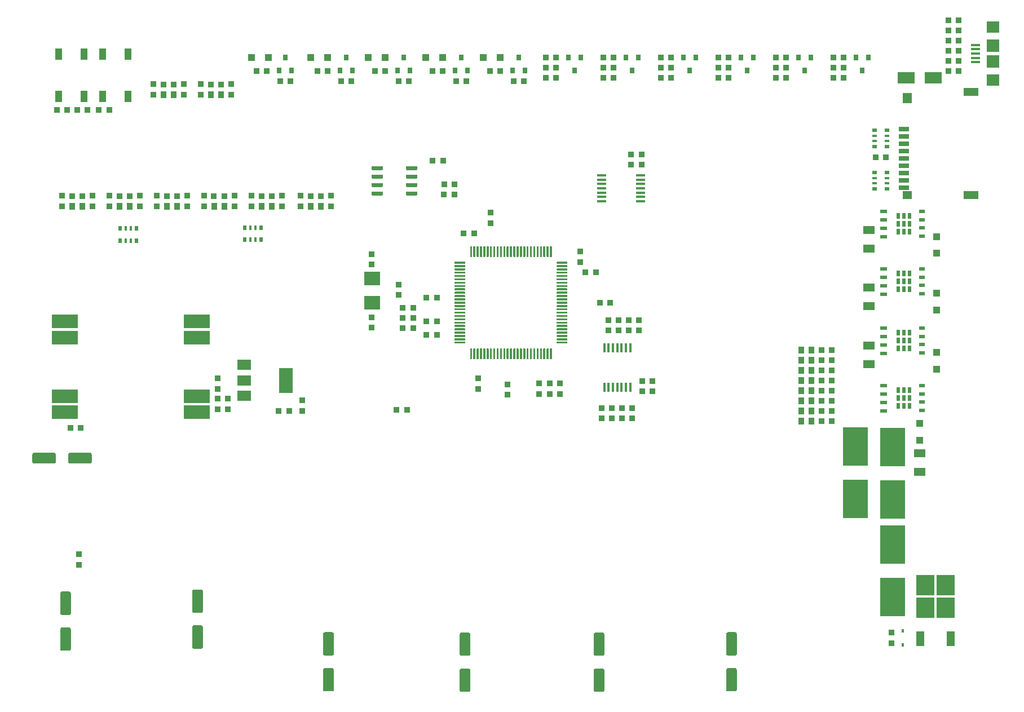
<source format=gtp>
G04 #@! TF.GenerationSoftware,KiCad,Pcbnew,5.99.0-unknown-d20d310~86~ubuntu19.10.1*
G04 #@! TF.CreationDate,2019-12-13T13:40:06-08:00*
G04 #@! TF.ProjectId,PrntrBoardV2,50726e74-7242-46f6-9172-6456322e6b69,rev?*
G04 #@! TF.SameCoordinates,Original*
G04 #@! TF.FileFunction,Paste,Top*
G04 #@! TF.FilePolarity,Positive*
%FSLAX46Y46*%
G04 Gerber Fmt 4.6, Leading zero omitted, Abs format (unit mm)*
G04 Created by KiCad (PCBNEW 5.99.0-unknown-d20d310~86~ubuntu19.10.1) date 2019-12-13 13:40:06*
%MOMM*%
%LPD*%
G04 APERTURE LIST*
%ADD10R,2.750000X3.050000*%
%ADD11R,1.200000X2.200000*%
%ADD12R,0.950000X0.875000*%
%ADD13R,0.450000X0.600000*%
%ADD14R,0.600000X0.900000*%
%ADD15R,0.900000X0.600000*%
%ADD16R,1.050000X0.600000*%
%ADD17R,0.875000X0.950000*%
%ADD18R,4.000000X2.000000*%
%ADD19R,1.000000X1.700000*%
%ADD20R,0.450000X1.450000*%
%ADD21R,2.400000X2.000000*%
%ADD22R,0.820000X1.000000*%
%ADD23R,1.600000X0.700000*%
%ADD24R,1.400000X1.200000*%
%ADD25R,1.400000X1.600000*%
%ADD26R,2.200000X1.200000*%
%ADD27R,2.000000X1.500000*%
%ADD28R,2.000000X3.800000*%
%ADD29R,1.450000X0.450000*%
%ADD30R,0.800000X0.900000*%
%ADD31R,0.800000X0.500000*%
%ADD32R,0.800000X0.400000*%
%ADD33R,0.500000X0.800000*%
%ADD34R,0.400000X0.800000*%
%ADD35R,1.900000X1.800000*%
%ADD36R,1.900000X1.900000*%
%ADD37R,1.350000X0.400000*%
%ADD38R,3.810000X5.740000*%
%ADD39R,1.000000X1.000000*%
%ADD40R,2.500000X1.800000*%
%ADD41R,1.750000X1.250000*%
G04 APERTURE END LIST*
D10*
X163125000Y-149975000D03*
X160075000Y-146625000D03*
X160075000Y-149975000D03*
X163125000Y-146625000D03*
D11*
X163880000Y-154600000D03*
X159320000Y-154600000D03*
D12*
X155000000Y-155287500D03*
X155000000Y-153712500D03*
D13*
X156750000Y-155550000D03*
X156750000Y-153450000D03*
D14*
X156903000Y-99815000D03*
X156053000Y-99815000D03*
X157753000Y-99815000D03*
X156903000Y-102115000D03*
X156053000Y-102115000D03*
X157753000Y-102115000D03*
X157753000Y-100965000D03*
X156053000Y-100965000D03*
D15*
X159603000Y-99085000D03*
X159603000Y-102845000D03*
X159603000Y-100365000D03*
D16*
X153883000Y-100325000D03*
X153883000Y-99055000D03*
X153883000Y-101605000D03*
X153883000Y-102875000D03*
D15*
X159603000Y-101565000D03*
D14*
X156903000Y-100965000D03*
X156884000Y-108705000D03*
X156034000Y-108705000D03*
X157734000Y-108705000D03*
X156884000Y-111005000D03*
X156034000Y-111005000D03*
X157734000Y-111005000D03*
X157734000Y-109855000D03*
X156034000Y-109855000D03*
D15*
X159584000Y-107975000D03*
X159584000Y-111735000D03*
X159584000Y-109255000D03*
D16*
X153864000Y-109215000D03*
X153864000Y-107945000D03*
X153864000Y-110495000D03*
X153864000Y-111765000D03*
D15*
X159584000Y-110455000D03*
D14*
X156884000Y-109855000D03*
X156903000Y-91179000D03*
X156053000Y-91179000D03*
X157753000Y-91179000D03*
X156903000Y-93479000D03*
X156053000Y-93479000D03*
X157753000Y-93479000D03*
X157753000Y-92329000D03*
X156053000Y-92329000D03*
D15*
X159603000Y-90449000D03*
X159603000Y-94209000D03*
X159603000Y-91729000D03*
D16*
X153883000Y-91689000D03*
X153883000Y-90419000D03*
X153883000Y-92969000D03*
X153883000Y-94239000D03*
D15*
X159603000Y-92929000D03*
D14*
X156903000Y-92329000D03*
X156903000Y-117341000D03*
X156053000Y-117341000D03*
X157753000Y-117341000D03*
X156903000Y-119641000D03*
X156053000Y-119641000D03*
X157753000Y-119641000D03*
X157753000Y-118491000D03*
X156053000Y-118491000D03*
D15*
X159603000Y-116611000D03*
X159603000Y-120371000D03*
X159603000Y-117891000D03*
D16*
X153883000Y-117851000D03*
X153883000Y-116581000D03*
X153883000Y-119131000D03*
X153883000Y-120401000D03*
D15*
X159603000Y-119091000D03*
D14*
X156903000Y-118491000D03*
D17*
X82287500Y-120250000D03*
X80712500Y-120250000D03*
D12*
X77000000Y-106362500D03*
X77000000Y-107937500D03*
D18*
X50740000Y-118192000D03*
X50740000Y-120592000D03*
X50740000Y-109392000D03*
X50740000Y-106992000D03*
X30940000Y-118192000D03*
X30940000Y-120592000D03*
X30940000Y-109392000D03*
X30940000Y-106992000D03*
D17*
X31724500Y-122936000D03*
X33299500Y-122936000D03*
G36*
X83748403Y-83658418D02*
G01*
X83797066Y-83690934D01*
X83829582Y-83739597D01*
X83841000Y-83797000D01*
X83841000Y-84097000D01*
X83829582Y-84154403D01*
X83797066Y-84203066D01*
X83748403Y-84235582D01*
X83691000Y-84247000D01*
X82241000Y-84247000D01*
X82183597Y-84235582D01*
X82134934Y-84203066D01*
X82102418Y-84154403D01*
X82091000Y-84097000D01*
X82091000Y-83797000D01*
X82102418Y-83739597D01*
X82134934Y-83690934D01*
X82183597Y-83658418D01*
X82241000Y-83647000D01*
X83691000Y-83647000D01*
X83748403Y-83658418D01*
G37*
G36*
X83748403Y-84928418D02*
G01*
X83797066Y-84960934D01*
X83829582Y-85009597D01*
X83841000Y-85067000D01*
X83841000Y-85367000D01*
X83829582Y-85424403D01*
X83797066Y-85473066D01*
X83748403Y-85505582D01*
X83691000Y-85517000D01*
X82241000Y-85517000D01*
X82183597Y-85505582D01*
X82134934Y-85473066D01*
X82102418Y-85424403D01*
X82091000Y-85367000D01*
X82091000Y-85067000D01*
X82102418Y-85009597D01*
X82134934Y-84960934D01*
X82183597Y-84928418D01*
X82241000Y-84917000D01*
X83691000Y-84917000D01*
X83748403Y-84928418D01*
G37*
G36*
X83748403Y-86198418D02*
G01*
X83797066Y-86230934D01*
X83829582Y-86279597D01*
X83841000Y-86337000D01*
X83841000Y-86637000D01*
X83829582Y-86694403D01*
X83797066Y-86743066D01*
X83748403Y-86775582D01*
X83691000Y-86787000D01*
X82241000Y-86787000D01*
X82183597Y-86775582D01*
X82134934Y-86743066D01*
X82102418Y-86694403D01*
X82091000Y-86637000D01*
X82091000Y-86337000D01*
X82102418Y-86279597D01*
X82134934Y-86230934D01*
X82183597Y-86198418D01*
X82241000Y-86187000D01*
X83691000Y-86187000D01*
X83748403Y-86198418D01*
G37*
G36*
X83748403Y-87468418D02*
G01*
X83797066Y-87500934D01*
X83829582Y-87549597D01*
X83841000Y-87607000D01*
X83841000Y-87907000D01*
X83829582Y-87964403D01*
X83797066Y-88013066D01*
X83748403Y-88045582D01*
X83691000Y-88057000D01*
X82241000Y-88057000D01*
X82183597Y-88045582D01*
X82134934Y-88013066D01*
X82102418Y-87964403D01*
X82091000Y-87907000D01*
X82091000Y-87607000D01*
X82102418Y-87549597D01*
X82134934Y-87500934D01*
X82183597Y-87468418D01*
X82241000Y-87457000D01*
X83691000Y-87457000D01*
X83748403Y-87468418D01*
G37*
G36*
X78598403Y-87468418D02*
G01*
X78647066Y-87500934D01*
X78679582Y-87549597D01*
X78691000Y-87607000D01*
X78691000Y-87907000D01*
X78679582Y-87964403D01*
X78647066Y-88013066D01*
X78598403Y-88045582D01*
X78541000Y-88057000D01*
X77091000Y-88057000D01*
X77033597Y-88045582D01*
X76984934Y-88013066D01*
X76952418Y-87964403D01*
X76941000Y-87907000D01*
X76941000Y-87607000D01*
X76952418Y-87549597D01*
X76984934Y-87500934D01*
X77033597Y-87468418D01*
X77091000Y-87457000D01*
X78541000Y-87457000D01*
X78598403Y-87468418D01*
G37*
G36*
X78598403Y-86198418D02*
G01*
X78647066Y-86230934D01*
X78679582Y-86279597D01*
X78691000Y-86337000D01*
X78691000Y-86637000D01*
X78679582Y-86694403D01*
X78647066Y-86743066D01*
X78598403Y-86775582D01*
X78541000Y-86787000D01*
X77091000Y-86787000D01*
X77033597Y-86775582D01*
X76984934Y-86743066D01*
X76952418Y-86694403D01*
X76941000Y-86637000D01*
X76941000Y-86337000D01*
X76952418Y-86279597D01*
X76984934Y-86230934D01*
X77033597Y-86198418D01*
X77091000Y-86187000D01*
X78541000Y-86187000D01*
X78598403Y-86198418D01*
G37*
G36*
X78598403Y-84928418D02*
G01*
X78647066Y-84960934D01*
X78679582Y-85009597D01*
X78691000Y-85067000D01*
X78691000Y-85367000D01*
X78679582Y-85424403D01*
X78647066Y-85473066D01*
X78598403Y-85505582D01*
X78541000Y-85517000D01*
X77091000Y-85517000D01*
X77033597Y-85505582D01*
X76984934Y-85473066D01*
X76952418Y-85424403D01*
X76941000Y-85367000D01*
X76941000Y-85067000D01*
X76952418Y-85009597D01*
X76984934Y-84960934D01*
X77033597Y-84928418D01*
X77091000Y-84917000D01*
X78541000Y-84917000D01*
X78598403Y-84928418D01*
G37*
G36*
X78598403Y-83658418D02*
G01*
X78647066Y-83690934D01*
X78679582Y-83739597D01*
X78691000Y-83797000D01*
X78691000Y-84097000D01*
X78679582Y-84154403D01*
X78647066Y-84203066D01*
X78598403Y-84235582D01*
X78541000Y-84247000D01*
X77091000Y-84247000D01*
X77033597Y-84235582D01*
X76984934Y-84203066D01*
X76952418Y-84154403D01*
X76941000Y-84097000D01*
X76941000Y-83797000D01*
X76952418Y-83739597D01*
X76984934Y-83690934D01*
X77033597Y-83658418D01*
X77091000Y-83647000D01*
X78541000Y-83647000D01*
X78598403Y-83658418D01*
G37*
D19*
X33772000Y-66852000D03*
X29972000Y-66852000D03*
X33772000Y-73152000D03*
X29972000Y-73152000D03*
X40376000Y-66852000D03*
X36576000Y-66852000D03*
X40376000Y-73152000D03*
X36576000Y-73152000D03*
D20*
X115805500Y-116869000D03*
X115155500Y-116869000D03*
X114505500Y-116869000D03*
X113855500Y-116869000D03*
X113205500Y-116869000D03*
X112555500Y-116869000D03*
X111905500Y-116869000D03*
X111905500Y-110969000D03*
X112555500Y-110969000D03*
X113205500Y-110969000D03*
X113855500Y-110969000D03*
X114505500Y-110969000D03*
X115155500Y-110969000D03*
X115805500Y-110969000D03*
D21*
X77025500Y-104212000D03*
X77025500Y-100512000D03*
G36*
X29375671Y-126727030D02*
G01*
X29456777Y-126781223D01*
X29510970Y-126862329D01*
X29530000Y-126958000D01*
X29530000Y-128058000D01*
X29510970Y-128153671D01*
X29456777Y-128234777D01*
X29375671Y-128288970D01*
X29280000Y-128308000D01*
X26280000Y-128308000D01*
X26184329Y-128288970D01*
X26103223Y-128234777D01*
X26049030Y-128153671D01*
X26030000Y-128058000D01*
X26030000Y-126958000D01*
X26049030Y-126862329D01*
X26103223Y-126781223D01*
X26184329Y-126727030D01*
X26280000Y-126708000D01*
X29280000Y-126708000D01*
X29375671Y-126727030D01*
G37*
G36*
X34775671Y-126727030D02*
G01*
X34856777Y-126781223D01*
X34910970Y-126862329D01*
X34930000Y-126958000D01*
X34930000Y-128058000D01*
X34910970Y-128153671D01*
X34856777Y-128234777D01*
X34775671Y-128288970D01*
X34680000Y-128308000D01*
X31680000Y-128308000D01*
X31584329Y-128288970D01*
X31503223Y-128234777D01*
X31449030Y-128153671D01*
X31430000Y-128058000D01*
X31430000Y-126958000D01*
X31449030Y-126862329D01*
X31503223Y-126781223D01*
X31584329Y-126727030D01*
X31680000Y-126708000D01*
X34680000Y-126708000D01*
X34775671Y-126727030D01*
G37*
D22*
X141440000Y-115824000D03*
X143040000Y-115824000D03*
X141440000Y-114300000D03*
X143040000Y-114300000D03*
X141440000Y-112776000D03*
X143040000Y-112776000D03*
X141440000Y-111252000D03*
X143040000Y-111252000D03*
G36*
X131645671Y-159065030D02*
G01*
X131726777Y-159119223D01*
X131780970Y-159200329D01*
X131800000Y-159296000D01*
X131800000Y-162296000D01*
X131780970Y-162391671D01*
X131726777Y-162472777D01*
X131645671Y-162526970D01*
X131550000Y-162546000D01*
X130450000Y-162546000D01*
X130354329Y-162526970D01*
X130273223Y-162472777D01*
X130219030Y-162391671D01*
X130200000Y-162296000D01*
X130200000Y-159296000D01*
X130219030Y-159200329D01*
X130273223Y-159119223D01*
X130354329Y-159065030D01*
X130450000Y-159046000D01*
X131550000Y-159046000D01*
X131645671Y-159065030D01*
G37*
G36*
X131645671Y-153665030D02*
G01*
X131726777Y-153719223D01*
X131780970Y-153800329D01*
X131800000Y-153896000D01*
X131800000Y-156896000D01*
X131780970Y-156991671D01*
X131726777Y-157072777D01*
X131645671Y-157126970D01*
X131550000Y-157146000D01*
X130450000Y-157146000D01*
X130354329Y-157126970D01*
X130273223Y-157072777D01*
X130219030Y-156991671D01*
X130200000Y-156896000D01*
X130200000Y-153896000D01*
X130219030Y-153800329D01*
X130273223Y-153719223D01*
X130354329Y-153665030D01*
X130450000Y-153646000D01*
X131550000Y-153646000D01*
X131645671Y-153665030D01*
G37*
G36*
X91645671Y-159115830D02*
G01*
X91726777Y-159170023D01*
X91780970Y-159251129D01*
X91800000Y-159346800D01*
X91800000Y-162346800D01*
X91780970Y-162442471D01*
X91726777Y-162523577D01*
X91645671Y-162577770D01*
X91550000Y-162596800D01*
X90450000Y-162596800D01*
X90354329Y-162577770D01*
X90273223Y-162523577D01*
X90219030Y-162442471D01*
X90200000Y-162346800D01*
X90200000Y-159346800D01*
X90219030Y-159251129D01*
X90273223Y-159170023D01*
X90354329Y-159115830D01*
X90450000Y-159096800D01*
X91550000Y-159096800D01*
X91645671Y-159115830D01*
G37*
G36*
X91645671Y-153715830D02*
G01*
X91726777Y-153770023D01*
X91780970Y-153851129D01*
X91800000Y-153946800D01*
X91800000Y-156946800D01*
X91780970Y-157042471D01*
X91726777Y-157123577D01*
X91645671Y-157177770D01*
X91550000Y-157196800D01*
X90450000Y-157196800D01*
X90354329Y-157177770D01*
X90273223Y-157123577D01*
X90219030Y-157042471D01*
X90200000Y-156946800D01*
X90200000Y-153946800D01*
X90219030Y-153851129D01*
X90273223Y-153770023D01*
X90354329Y-153715830D01*
X90450000Y-153696800D01*
X91550000Y-153696800D01*
X91645671Y-153715830D01*
G37*
G36*
X111747271Y-159115830D02*
G01*
X111828377Y-159170023D01*
X111882570Y-159251129D01*
X111901600Y-159346800D01*
X111901600Y-162346800D01*
X111882570Y-162442471D01*
X111828377Y-162523577D01*
X111747271Y-162577770D01*
X111651600Y-162596800D01*
X110551600Y-162596800D01*
X110455929Y-162577770D01*
X110374823Y-162523577D01*
X110320630Y-162442471D01*
X110301600Y-162346800D01*
X110301600Y-159346800D01*
X110320630Y-159251129D01*
X110374823Y-159170023D01*
X110455929Y-159115830D01*
X110551600Y-159096800D01*
X111651600Y-159096800D01*
X111747271Y-159115830D01*
G37*
G36*
X111747271Y-153715830D02*
G01*
X111828377Y-153770023D01*
X111882570Y-153851129D01*
X111901600Y-153946800D01*
X111901600Y-156946800D01*
X111882570Y-157042471D01*
X111828377Y-157123577D01*
X111747271Y-157177770D01*
X111651600Y-157196800D01*
X110551600Y-157196800D01*
X110455929Y-157177770D01*
X110374823Y-157123577D01*
X110320630Y-157042471D01*
X110301600Y-156946800D01*
X110301600Y-153946800D01*
X110320630Y-153851129D01*
X110374823Y-153770023D01*
X110455929Y-153715830D01*
X110551600Y-153696800D01*
X111651600Y-153696800D01*
X111747271Y-153715830D01*
G37*
G36*
X71137671Y-159065030D02*
G01*
X71218777Y-159119223D01*
X71272970Y-159200329D01*
X71292000Y-159296000D01*
X71292000Y-162296000D01*
X71272970Y-162391671D01*
X71218777Y-162472777D01*
X71137671Y-162526970D01*
X71042000Y-162546000D01*
X69942000Y-162546000D01*
X69846329Y-162526970D01*
X69765223Y-162472777D01*
X69711030Y-162391671D01*
X69692000Y-162296000D01*
X69692000Y-159296000D01*
X69711030Y-159200329D01*
X69765223Y-159119223D01*
X69846329Y-159065030D01*
X69942000Y-159046000D01*
X71042000Y-159046000D01*
X71137671Y-159065030D01*
G37*
G36*
X71137671Y-153665030D02*
G01*
X71218777Y-153719223D01*
X71272970Y-153800329D01*
X71292000Y-153896000D01*
X71292000Y-156896000D01*
X71272970Y-156991671D01*
X71218777Y-157072777D01*
X71137671Y-157126970D01*
X71042000Y-157146000D01*
X69942000Y-157146000D01*
X69846329Y-157126970D01*
X69765223Y-157072777D01*
X69711030Y-156991671D01*
X69692000Y-156896000D01*
X69692000Y-153896000D01*
X69711030Y-153800329D01*
X69765223Y-153719223D01*
X69846329Y-153665030D01*
X69942000Y-153646000D01*
X71042000Y-153646000D01*
X71137671Y-153665030D01*
G37*
G36*
X51455171Y-152651530D02*
G01*
X51536277Y-152705723D01*
X51590470Y-152786829D01*
X51609500Y-152882500D01*
X51609500Y-155882500D01*
X51590470Y-155978171D01*
X51536277Y-156059277D01*
X51455171Y-156113470D01*
X51359500Y-156132500D01*
X50259500Y-156132500D01*
X50163829Y-156113470D01*
X50082723Y-156059277D01*
X50028530Y-155978171D01*
X50009500Y-155882500D01*
X50009500Y-152882500D01*
X50028530Y-152786829D01*
X50082723Y-152705723D01*
X50163829Y-152651530D01*
X50259500Y-152632500D01*
X51359500Y-152632500D01*
X51455171Y-152651530D01*
G37*
G36*
X51455171Y-147251530D02*
G01*
X51536277Y-147305723D01*
X51590470Y-147386829D01*
X51609500Y-147482500D01*
X51609500Y-150482500D01*
X51590470Y-150578171D01*
X51536277Y-150659277D01*
X51455171Y-150713470D01*
X51359500Y-150732500D01*
X50259500Y-150732500D01*
X50163829Y-150713470D01*
X50082723Y-150659277D01*
X50028530Y-150578171D01*
X50009500Y-150482500D01*
X50009500Y-147482500D01*
X50028530Y-147386829D01*
X50082723Y-147305723D01*
X50163829Y-147251530D01*
X50259500Y-147232500D01*
X51359500Y-147232500D01*
X51455171Y-147251530D01*
G37*
G36*
X31645671Y-152969030D02*
G01*
X31726777Y-153023223D01*
X31780970Y-153104329D01*
X31800000Y-153200000D01*
X31800000Y-156200000D01*
X31780970Y-156295671D01*
X31726777Y-156376777D01*
X31645671Y-156430970D01*
X31550000Y-156450000D01*
X30450000Y-156450000D01*
X30354329Y-156430970D01*
X30273223Y-156376777D01*
X30219030Y-156295671D01*
X30200000Y-156200000D01*
X30200000Y-153200000D01*
X30219030Y-153104329D01*
X30273223Y-153023223D01*
X30354329Y-152969030D01*
X30450000Y-152950000D01*
X31550000Y-152950000D01*
X31645671Y-152969030D01*
G37*
G36*
X31645671Y-147569030D02*
G01*
X31726777Y-147623223D01*
X31780970Y-147704329D01*
X31800000Y-147800000D01*
X31800000Y-150800000D01*
X31780970Y-150895671D01*
X31726777Y-150976777D01*
X31645671Y-151030970D01*
X31550000Y-151050000D01*
X30450000Y-151050000D01*
X30354329Y-151030970D01*
X30273223Y-150976777D01*
X30219030Y-150895671D01*
X30200000Y-150800000D01*
X30200000Y-147800000D01*
X30219030Y-147704329D01*
X30273223Y-147623223D01*
X30354329Y-147569030D01*
X30450000Y-147550000D01*
X31550000Y-147550000D01*
X31645671Y-147569030D01*
G37*
D23*
X156886000Y-80264000D03*
X156886000Y-79164000D03*
X156886000Y-78064000D03*
X156886000Y-81364000D03*
X156886000Y-82464000D03*
X156886000Y-83564000D03*
X156886000Y-85764000D03*
X156886000Y-84664000D03*
X156886000Y-86864000D03*
D24*
X157386000Y-88014000D03*
D25*
X157386000Y-73414000D03*
D26*
X166986000Y-88014000D03*
X166986000Y-72514000D03*
D27*
X57810000Y-113524000D03*
X57810000Y-118124000D03*
X57810000Y-115824000D03*
D28*
X64110000Y-115824000D03*
G36*
X91992701Y-95692909D02*
G01*
X92017033Y-95709167D01*
X92033291Y-95733499D01*
X92039000Y-95762200D01*
X92039000Y-97212200D01*
X92033291Y-97240901D01*
X92017033Y-97265233D01*
X91992701Y-97281491D01*
X91964000Y-97287200D01*
X91814000Y-97287200D01*
X91785299Y-97281491D01*
X91760967Y-97265233D01*
X91744709Y-97240901D01*
X91739000Y-97212200D01*
X91739000Y-95762200D01*
X91744709Y-95733499D01*
X91760967Y-95709167D01*
X91785299Y-95692909D01*
X91814000Y-95687200D01*
X91964000Y-95687200D01*
X91992701Y-95692909D01*
G37*
G36*
X92492701Y-95692909D02*
G01*
X92517033Y-95709167D01*
X92533291Y-95733499D01*
X92539000Y-95762200D01*
X92539000Y-97212200D01*
X92533291Y-97240901D01*
X92517033Y-97265233D01*
X92492701Y-97281491D01*
X92464000Y-97287200D01*
X92314000Y-97287200D01*
X92285299Y-97281491D01*
X92260967Y-97265233D01*
X92244709Y-97240901D01*
X92239000Y-97212200D01*
X92239000Y-95762200D01*
X92244709Y-95733499D01*
X92260967Y-95709167D01*
X92285299Y-95692909D01*
X92314000Y-95687200D01*
X92464000Y-95687200D01*
X92492701Y-95692909D01*
G37*
G36*
X92992701Y-95692909D02*
G01*
X93017033Y-95709167D01*
X93033291Y-95733499D01*
X93039000Y-95762200D01*
X93039000Y-97212200D01*
X93033291Y-97240901D01*
X93017033Y-97265233D01*
X92992701Y-97281491D01*
X92964000Y-97287200D01*
X92814000Y-97287200D01*
X92785299Y-97281491D01*
X92760967Y-97265233D01*
X92744709Y-97240901D01*
X92739000Y-97212200D01*
X92739000Y-95762200D01*
X92744709Y-95733499D01*
X92760967Y-95709167D01*
X92785299Y-95692909D01*
X92814000Y-95687200D01*
X92964000Y-95687200D01*
X92992701Y-95692909D01*
G37*
G36*
X93492701Y-95692909D02*
G01*
X93517033Y-95709167D01*
X93533291Y-95733499D01*
X93539000Y-95762200D01*
X93539000Y-97212200D01*
X93533291Y-97240901D01*
X93517033Y-97265233D01*
X93492701Y-97281491D01*
X93464000Y-97287200D01*
X93314000Y-97287200D01*
X93285299Y-97281491D01*
X93260967Y-97265233D01*
X93244709Y-97240901D01*
X93239000Y-97212200D01*
X93239000Y-95762200D01*
X93244709Y-95733499D01*
X93260967Y-95709167D01*
X93285299Y-95692909D01*
X93314000Y-95687200D01*
X93464000Y-95687200D01*
X93492701Y-95692909D01*
G37*
G36*
X93992701Y-95692909D02*
G01*
X94017033Y-95709167D01*
X94033291Y-95733499D01*
X94039000Y-95762200D01*
X94039000Y-97212200D01*
X94033291Y-97240901D01*
X94017033Y-97265233D01*
X93992701Y-97281491D01*
X93964000Y-97287200D01*
X93814000Y-97287200D01*
X93785299Y-97281491D01*
X93760967Y-97265233D01*
X93744709Y-97240901D01*
X93739000Y-97212200D01*
X93739000Y-95762200D01*
X93744709Y-95733499D01*
X93760967Y-95709167D01*
X93785299Y-95692909D01*
X93814000Y-95687200D01*
X93964000Y-95687200D01*
X93992701Y-95692909D01*
G37*
G36*
X94492701Y-95692909D02*
G01*
X94517033Y-95709167D01*
X94533291Y-95733499D01*
X94539000Y-95762200D01*
X94539000Y-97212200D01*
X94533291Y-97240901D01*
X94517033Y-97265233D01*
X94492701Y-97281491D01*
X94464000Y-97287200D01*
X94314000Y-97287200D01*
X94285299Y-97281491D01*
X94260967Y-97265233D01*
X94244709Y-97240901D01*
X94239000Y-97212200D01*
X94239000Y-95762200D01*
X94244709Y-95733499D01*
X94260967Y-95709167D01*
X94285299Y-95692909D01*
X94314000Y-95687200D01*
X94464000Y-95687200D01*
X94492701Y-95692909D01*
G37*
G36*
X94992701Y-95692909D02*
G01*
X95017033Y-95709167D01*
X95033291Y-95733499D01*
X95039000Y-95762200D01*
X95039000Y-97212200D01*
X95033291Y-97240901D01*
X95017033Y-97265233D01*
X94992701Y-97281491D01*
X94964000Y-97287200D01*
X94814000Y-97287200D01*
X94785299Y-97281491D01*
X94760967Y-97265233D01*
X94744709Y-97240901D01*
X94739000Y-97212200D01*
X94739000Y-95762200D01*
X94744709Y-95733499D01*
X94760967Y-95709167D01*
X94785299Y-95692909D01*
X94814000Y-95687200D01*
X94964000Y-95687200D01*
X94992701Y-95692909D01*
G37*
G36*
X95492701Y-95692909D02*
G01*
X95517033Y-95709167D01*
X95533291Y-95733499D01*
X95539000Y-95762200D01*
X95539000Y-97212200D01*
X95533291Y-97240901D01*
X95517033Y-97265233D01*
X95492701Y-97281491D01*
X95464000Y-97287200D01*
X95314000Y-97287200D01*
X95285299Y-97281491D01*
X95260967Y-97265233D01*
X95244709Y-97240901D01*
X95239000Y-97212200D01*
X95239000Y-95762200D01*
X95244709Y-95733499D01*
X95260967Y-95709167D01*
X95285299Y-95692909D01*
X95314000Y-95687200D01*
X95464000Y-95687200D01*
X95492701Y-95692909D01*
G37*
G36*
X95992701Y-95692909D02*
G01*
X96017033Y-95709167D01*
X96033291Y-95733499D01*
X96039000Y-95762200D01*
X96039000Y-97212200D01*
X96033291Y-97240901D01*
X96017033Y-97265233D01*
X95992701Y-97281491D01*
X95964000Y-97287200D01*
X95814000Y-97287200D01*
X95785299Y-97281491D01*
X95760967Y-97265233D01*
X95744709Y-97240901D01*
X95739000Y-97212200D01*
X95739000Y-95762200D01*
X95744709Y-95733499D01*
X95760967Y-95709167D01*
X95785299Y-95692909D01*
X95814000Y-95687200D01*
X95964000Y-95687200D01*
X95992701Y-95692909D01*
G37*
G36*
X96492701Y-95692909D02*
G01*
X96517033Y-95709167D01*
X96533291Y-95733499D01*
X96539000Y-95762200D01*
X96539000Y-97212200D01*
X96533291Y-97240901D01*
X96517033Y-97265233D01*
X96492701Y-97281491D01*
X96464000Y-97287200D01*
X96314000Y-97287200D01*
X96285299Y-97281491D01*
X96260967Y-97265233D01*
X96244709Y-97240901D01*
X96239000Y-97212200D01*
X96239000Y-95762200D01*
X96244709Y-95733499D01*
X96260967Y-95709167D01*
X96285299Y-95692909D01*
X96314000Y-95687200D01*
X96464000Y-95687200D01*
X96492701Y-95692909D01*
G37*
G36*
X96992701Y-95692909D02*
G01*
X97017033Y-95709167D01*
X97033291Y-95733499D01*
X97039000Y-95762200D01*
X97039000Y-97212200D01*
X97033291Y-97240901D01*
X97017033Y-97265233D01*
X96992701Y-97281491D01*
X96964000Y-97287200D01*
X96814000Y-97287200D01*
X96785299Y-97281491D01*
X96760967Y-97265233D01*
X96744709Y-97240901D01*
X96739000Y-97212200D01*
X96739000Y-95762200D01*
X96744709Y-95733499D01*
X96760967Y-95709167D01*
X96785299Y-95692909D01*
X96814000Y-95687200D01*
X96964000Y-95687200D01*
X96992701Y-95692909D01*
G37*
G36*
X97492701Y-95692909D02*
G01*
X97517033Y-95709167D01*
X97533291Y-95733499D01*
X97539000Y-95762200D01*
X97539000Y-97212200D01*
X97533291Y-97240901D01*
X97517033Y-97265233D01*
X97492701Y-97281491D01*
X97464000Y-97287200D01*
X97314000Y-97287200D01*
X97285299Y-97281491D01*
X97260967Y-97265233D01*
X97244709Y-97240901D01*
X97239000Y-97212200D01*
X97239000Y-95762200D01*
X97244709Y-95733499D01*
X97260967Y-95709167D01*
X97285299Y-95692909D01*
X97314000Y-95687200D01*
X97464000Y-95687200D01*
X97492701Y-95692909D01*
G37*
G36*
X97992701Y-95692909D02*
G01*
X98017033Y-95709167D01*
X98033291Y-95733499D01*
X98039000Y-95762200D01*
X98039000Y-97212200D01*
X98033291Y-97240901D01*
X98017033Y-97265233D01*
X97992701Y-97281491D01*
X97964000Y-97287200D01*
X97814000Y-97287200D01*
X97785299Y-97281491D01*
X97760967Y-97265233D01*
X97744709Y-97240901D01*
X97739000Y-97212200D01*
X97739000Y-95762200D01*
X97744709Y-95733499D01*
X97760967Y-95709167D01*
X97785299Y-95692909D01*
X97814000Y-95687200D01*
X97964000Y-95687200D01*
X97992701Y-95692909D01*
G37*
G36*
X98492701Y-95692909D02*
G01*
X98517033Y-95709167D01*
X98533291Y-95733499D01*
X98539000Y-95762200D01*
X98539000Y-97212200D01*
X98533291Y-97240901D01*
X98517033Y-97265233D01*
X98492701Y-97281491D01*
X98464000Y-97287200D01*
X98314000Y-97287200D01*
X98285299Y-97281491D01*
X98260967Y-97265233D01*
X98244709Y-97240901D01*
X98239000Y-97212200D01*
X98239000Y-95762200D01*
X98244709Y-95733499D01*
X98260967Y-95709167D01*
X98285299Y-95692909D01*
X98314000Y-95687200D01*
X98464000Y-95687200D01*
X98492701Y-95692909D01*
G37*
G36*
X98992701Y-95692909D02*
G01*
X99017033Y-95709167D01*
X99033291Y-95733499D01*
X99039000Y-95762200D01*
X99039000Y-97212200D01*
X99033291Y-97240901D01*
X99017033Y-97265233D01*
X98992701Y-97281491D01*
X98964000Y-97287200D01*
X98814000Y-97287200D01*
X98785299Y-97281491D01*
X98760967Y-97265233D01*
X98744709Y-97240901D01*
X98739000Y-97212200D01*
X98739000Y-95762200D01*
X98744709Y-95733499D01*
X98760967Y-95709167D01*
X98785299Y-95692909D01*
X98814000Y-95687200D01*
X98964000Y-95687200D01*
X98992701Y-95692909D01*
G37*
G36*
X99492701Y-95692909D02*
G01*
X99517033Y-95709167D01*
X99533291Y-95733499D01*
X99539000Y-95762200D01*
X99539000Y-97212200D01*
X99533291Y-97240901D01*
X99517033Y-97265233D01*
X99492701Y-97281491D01*
X99464000Y-97287200D01*
X99314000Y-97287200D01*
X99285299Y-97281491D01*
X99260967Y-97265233D01*
X99244709Y-97240901D01*
X99239000Y-97212200D01*
X99239000Y-95762200D01*
X99244709Y-95733499D01*
X99260967Y-95709167D01*
X99285299Y-95692909D01*
X99314000Y-95687200D01*
X99464000Y-95687200D01*
X99492701Y-95692909D01*
G37*
G36*
X99992701Y-95692909D02*
G01*
X100017033Y-95709167D01*
X100033291Y-95733499D01*
X100039000Y-95762200D01*
X100039000Y-97212200D01*
X100033291Y-97240901D01*
X100017033Y-97265233D01*
X99992701Y-97281491D01*
X99964000Y-97287200D01*
X99814000Y-97287200D01*
X99785299Y-97281491D01*
X99760967Y-97265233D01*
X99744709Y-97240901D01*
X99739000Y-97212200D01*
X99739000Y-95762200D01*
X99744709Y-95733499D01*
X99760967Y-95709167D01*
X99785299Y-95692909D01*
X99814000Y-95687200D01*
X99964000Y-95687200D01*
X99992701Y-95692909D01*
G37*
G36*
X100492701Y-95692909D02*
G01*
X100517033Y-95709167D01*
X100533291Y-95733499D01*
X100539000Y-95762200D01*
X100539000Y-97212200D01*
X100533291Y-97240901D01*
X100517033Y-97265233D01*
X100492701Y-97281491D01*
X100464000Y-97287200D01*
X100314000Y-97287200D01*
X100285299Y-97281491D01*
X100260967Y-97265233D01*
X100244709Y-97240901D01*
X100239000Y-97212200D01*
X100239000Y-95762200D01*
X100244709Y-95733499D01*
X100260967Y-95709167D01*
X100285299Y-95692909D01*
X100314000Y-95687200D01*
X100464000Y-95687200D01*
X100492701Y-95692909D01*
G37*
G36*
X100992701Y-95692909D02*
G01*
X101017033Y-95709167D01*
X101033291Y-95733499D01*
X101039000Y-95762200D01*
X101039000Y-97212200D01*
X101033291Y-97240901D01*
X101017033Y-97265233D01*
X100992701Y-97281491D01*
X100964000Y-97287200D01*
X100814000Y-97287200D01*
X100785299Y-97281491D01*
X100760967Y-97265233D01*
X100744709Y-97240901D01*
X100739000Y-97212200D01*
X100739000Y-95762200D01*
X100744709Y-95733499D01*
X100760967Y-95709167D01*
X100785299Y-95692909D01*
X100814000Y-95687200D01*
X100964000Y-95687200D01*
X100992701Y-95692909D01*
G37*
G36*
X101492701Y-95692909D02*
G01*
X101517033Y-95709167D01*
X101533291Y-95733499D01*
X101539000Y-95762200D01*
X101539000Y-97212200D01*
X101533291Y-97240901D01*
X101517033Y-97265233D01*
X101492701Y-97281491D01*
X101464000Y-97287200D01*
X101314000Y-97287200D01*
X101285299Y-97281491D01*
X101260967Y-97265233D01*
X101244709Y-97240901D01*
X101239000Y-97212200D01*
X101239000Y-95762200D01*
X101244709Y-95733499D01*
X101260967Y-95709167D01*
X101285299Y-95692909D01*
X101314000Y-95687200D01*
X101464000Y-95687200D01*
X101492701Y-95692909D01*
G37*
G36*
X101992701Y-95692909D02*
G01*
X102017033Y-95709167D01*
X102033291Y-95733499D01*
X102039000Y-95762200D01*
X102039000Y-97212200D01*
X102033291Y-97240901D01*
X102017033Y-97265233D01*
X101992701Y-97281491D01*
X101964000Y-97287200D01*
X101814000Y-97287200D01*
X101785299Y-97281491D01*
X101760967Y-97265233D01*
X101744709Y-97240901D01*
X101739000Y-97212200D01*
X101739000Y-95762200D01*
X101744709Y-95733499D01*
X101760967Y-95709167D01*
X101785299Y-95692909D01*
X101814000Y-95687200D01*
X101964000Y-95687200D01*
X101992701Y-95692909D01*
G37*
G36*
X102492701Y-95692909D02*
G01*
X102517033Y-95709167D01*
X102533291Y-95733499D01*
X102539000Y-95762200D01*
X102539000Y-97212200D01*
X102533291Y-97240901D01*
X102517033Y-97265233D01*
X102492701Y-97281491D01*
X102464000Y-97287200D01*
X102314000Y-97287200D01*
X102285299Y-97281491D01*
X102260967Y-97265233D01*
X102244709Y-97240901D01*
X102239000Y-97212200D01*
X102239000Y-95762200D01*
X102244709Y-95733499D01*
X102260967Y-95709167D01*
X102285299Y-95692909D01*
X102314000Y-95687200D01*
X102464000Y-95687200D01*
X102492701Y-95692909D01*
G37*
G36*
X102992701Y-95692909D02*
G01*
X103017033Y-95709167D01*
X103033291Y-95733499D01*
X103039000Y-95762200D01*
X103039000Y-97212200D01*
X103033291Y-97240901D01*
X103017033Y-97265233D01*
X102992701Y-97281491D01*
X102964000Y-97287200D01*
X102814000Y-97287200D01*
X102785299Y-97281491D01*
X102760967Y-97265233D01*
X102744709Y-97240901D01*
X102739000Y-97212200D01*
X102739000Y-95762200D01*
X102744709Y-95733499D01*
X102760967Y-95709167D01*
X102785299Y-95692909D01*
X102814000Y-95687200D01*
X102964000Y-95687200D01*
X102992701Y-95692909D01*
G37*
G36*
X103492701Y-95692909D02*
G01*
X103517033Y-95709167D01*
X103533291Y-95733499D01*
X103539000Y-95762200D01*
X103539000Y-97212200D01*
X103533291Y-97240901D01*
X103517033Y-97265233D01*
X103492701Y-97281491D01*
X103464000Y-97287200D01*
X103314000Y-97287200D01*
X103285299Y-97281491D01*
X103260967Y-97265233D01*
X103244709Y-97240901D01*
X103239000Y-97212200D01*
X103239000Y-95762200D01*
X103244709Y-95733499D01*
X103260967Y-95709167D01*
X103285299Y-95692909D01*
X103314000Y-95687200D01*
X103464000Y-95687200D01*
X103492701Y-95692909D01*
G37*
G36*
X103992701Y-95692909D02*
G01*
X104017033Y-95709167D01*
X104033291Y-95733499D01*
X104039000Y-95762200D01*
X104039000Y-97212200D01*
X104033291Y-97240901D01*
X104017033Y-97265233D01*
X103992701Y-97281491D01*
X103964000Y-97287200D01*
X103814000Y-97287200D01*
X103785299Y-97281491D01*
X103760967Y-97265233D01*
X103744709Y-97240901D01*
X103739000Y-97212200D01*
X103739000Y-95762200D01*
X103744709Y-95733499D01*
X103760967Y-95709167D01*
X103785299Y-95692909D01*
X103814000Y-95687200D01*
X103964000Y-95687200D01*
X103992701Y-95692909D01*
G37*
G36*
X106317701Y-98017909D02*
G01*
X106342033Y-98034167D01*
X106358291Y-98058499D01*
X106364000Y-98087200D01*
X106364000Y-98237200D01*
X106358291Y-98265901D01*
X106342033Y-98290233D01*
X106317701Y-98306491D01*
X106289000Y-98312200D01*
X104839000Y-98312200D01*
X104810299Y-98306491D01*
X104785967Y-98290233D01*
X104769709Y-98265901D01*
X104764000Y-98237200D01*
X104764000Y-98087200D01*
X104769709Y-98058499D01*
X104785967Y-98034167D01*
X104810299Y-98017909D01*
X104839000Y-98012200D01*
X106289000Y-98012200D01*
X106317701Y-98017909D01*
G37*
G36*
X106317701Y-98517909D02*
G01*
X106342033Y-98534167D01*
X106358291Y-98558499D01*
X106364000Y-98587200D01*
X106364000Y-98737200D01*
X106358291Y-98765901D01*
X106342033Y-98790233D01*
X106317701Y-98806491D01*
X106289000Y-98812200D01*
X104839000Y-98812200D01*
X104810299Y-98806491D01*
X104785967Y-98790233D01*
X104769709Y-98765901D01*
X104764000Y-98737200D01*
X104764000Y-98587200D01*
X104769709Y-98558499D01*
X104785967Y-98534167D01*
X104810299Y-98517909D01*
X104839000Y-98512200D01*
X106289000Y-98512200D01*
X106317701Y-98517909D01*
G37*
G36*
X106317701Y-99017909D02*
G01*
X106342033Y-99034167D01*
X106358291Y-99058499D01*
X106364000Y-99087200D01*
X106364000Y-99237200D01*
X106358291Y-99265901D01*
X106342033Y-99290233D01*
X106317701Y-99306491D01*
X106289000Y-99312200D01*
X104839000Y-99312200D01*
X104810299Y-99306491D01*
X104785967Y-99290233D01*
X104769709Y-99265901D01*
X104764000Y-99237200D01*
X104764000Y-99087200D01*
X104769709Y-99058499D01*
X104785967Y-99034167D01*
X104810299Y-99017909D01*
X104839000Y-99012200D01*
X106289000Y-99012200D01*
X106317701Y-99017909D01*
G37*
G36*
X106317701Y-99517909D02*
G01*
X106342033Y-99534167D01*
X106358291Y-99558499D01*
X106364000Y-99587200D01*
X106364000Y-99737200D01*
X106358291Y-99765901D01*
X106342033Y-99790233D01*
X106317701Y-99806491D01*
X106289000Y-99812200D01*
X104839000Y-99812200D01*
X104810299Y-99806491D01*
X104785967Y-99790233D01*
X104769709Y-99765901D01*
X104764000Y-99737200D01*
X104764000Y-99587200D01*
X104769709Y-99558499D01*
X104785967Y-99534167D01*
X104810299Y-99517909D01*
X104839000Y-99512200D01*
X106289000Y-99512200D01*
X106317701Y-99517909D01*
G37*
G36*
X106317701Y-100017909D02*
G01*
X106342033Y-100034167D01*
X106358291Y-100058499D01*
X106364000Y-100087200D01*
X106364000Y-100237200D01*
X106358291Y-100265901D01*
X106342033Y-100290233D01*
X106317701Y-100306491D01*
X106289000Y-100312200D01*
X104839000Y-100312200D01*
X104810299Y-100306491D01*
X104785967Y-100290233D01*
X104769709Y-100265901D01*
X104764000Y-100237200D01*
X104764000Y-100087200D01*
X104769709Y-100058499D01*
X104785967Y-100034167D01*
X104810299Y-100017909D01*
X104839000Y-100012200D01*
X106289000Y-100012200D01*
X106317701Y-100017909D01*
G37*
G36*
X106317701Y-100517909D02*
G01*
X106342033Y-100534167D01*
X106358291Y-100558499D01*
X106364000Y-100587200D01*
X106364000Y-100737200D01*
X106358291Y-100765901D01*
X106342033Y-100790233D01*
X106317701Y-100806491D01*
X106289000Y-100812200D01*
X104839000Y-100812200D01*
X104810299Y-100806491D01*
X104785967Y-100790233D01*
X104769709Y-100765901D01*
X104764000Y-100737200D01*
X104764000Y-100587200D01*
X104769709Y-100558499D01*
X104785967Y-100534167D01*
X104810299Y-100517909D01*
X104839000Y-100512200D01*
X106289000Y-100512200D01*
X106317701Y-100517909D01*
G37*
G36*
X106317701Y-101017909D02*
G01*
X106342033Y-101034167D01*
X106358291Y-101058499D01*
X106364000Y-101087200D01*
X106364000Y-101237200D01*
X106358291Y-101265901D01*
X106342033Y-101290233D01*
X106317701Y-101306491D01*
X106289000Y-101312200D01*
X104839000Y-101312200D01*
X104810299Y-101306491D01*
X104785967Y-101290233D01*
X104769709Y-101265901D01*
X104764000Y-101237200D01*
X104764000Y-101087200D01*
X104769709Y-101058499D01*
X104785967Y-101034167D01*
X104810299Y-101017909D01*
X104839000Y-101012200D01*
X106289000Y-101012200D01*
X106317701Y-101017909D01*
G37*
G36*
X106317701Y-101517909D02*
G01*
X106342033Y-101534167D01*
X106358291Y-101558499D01*
X106364000Y-101587200D01*
X106364000Y-101737200D01*
X106358291Y-101765901D01*
X106342033Y-101790233D01*
X106317701Y-101806491D01*
X106289000Y-101812200D01*
X104839000Y-101812200D01*
X104810299Y-101806491D01*
X104785967Y-101790233D01*
X104769709Y-101765901D01*
X104764000Y-101737200D01*
X104764000Y-101587200D01*
X104769709Y-101558499D01*
X104785967Y-101534167D01*
X104810299Y-101517909D01*
X104839000Y-101512200D01*
X106289000Y-101512200D01*
X106317701Y-101517909D01*
G37*
G36*
X106317701Y-102017909D02*
G01*
X106342033Y-102034167D01*
X106358291Y-102058499D01*
X106364000Y-102087200D01*
X106364000Y-102237200D01*
X106358291Y-102265901D01*
X106342033Y-102290233D01*
X106317701Y-102306491D01*
X106289000Y-102312200D01*
X104839000Y-102312200D01*
X104810299Y-102306491D01*
X104785967Y-102290233D01*
X104769709Y-102265901D01*
X104764000Y-102237200D01*
X104764000Y-102087200D01*
X104769709Y-102058499D01*
X104785967Y-102034167D01*
X104810299Y-102017909D01*
X104839000Y-102012200D01*
X106289000Y-102012200D01*
X106317701Y-102017909D01*
G37*
G36*
X106317701Y-102517909D02*
G01*
X106342033Y-102534167D01*
X106358291Y-102558499D01*
X106364000Y-102587200D01*
X106364000Y-102737200D01*
X106358291Y-102765901D01*
X106342033Y-102790233D01*
X106317701Y-102806491D01*
X106289000Y-102812200D01*
X104839000Y-102812200D01*
X104810299Y-102806491D01*
X104785967Y-102790233D01*
X104769709Y-102765901D01*
X104764000Y-102737200D01*
X104764000Y-102587200D01*
X104769709Y-102558499D01*
X104785967Y-102534167D01*
X104810299Y-102517909D01*
X104839000Y-102512200D01*
X106289000Y-102512200D01*
X106317701Y-102517909D01*
G37*
G36*
X106317701Y-103017909D02*
G01*
X106342033Y-103034167D01*
X106358291Y-103058499D01*
X106364000Y-103087200D01*
X106364000Y-103237200D01*
X106358291Y-103265901D01*
X106342033Y-103290233D01*
X106317701Y-103306491D01*
X106289000Y-103312200D01*
X104839000Y-103312200D01*
X104810299Y-103306491D01*
X104785967Y-103290233D01*
X104769709Y-103265901D01*
X104764000Y-103237200D01*
X104764000Y-103087200D01*
X104769709Y-103058499D01*
X104785967Y-103034167D01*
X104810299Y-103017909D01*
X104839000Y-103012200D01*
X106289000Y-103012200D01*
X106317701Y-103017909D01*
G37*
G36*
X106317701Y-103517909D02*
G01*
X106342033Y-103534167D01*
X106358291Y-103558499D01*
X106364000Y-103587200D01*
X106364000Y-103737200D01*
X106358291Y-103765901D01*
X106342033Y-103790233D01*
X106317701Y-103806491D01*
X106289000Y-103812200D01*
X104839000Y-103812200D01*
X104810299Y-103806491D01*
X104785967Y-103790233D01*
X104769709Y-103765901D01*
X104764000Y-103737200D01*
X104764000Y-103587200D01*
X104769709Y-103558499D01*
X104785967Y-103534167D01*
X104810299Y-103517909D01*
X104839000Y-103512200D01*
X106289000Y-103512200D01*
X106317701Y-103517909D01*
G37*
G36*
X106317701Y-104017909D02*
G01*
X106342033Y-104034167D01*
X106358291Y-104058499D01*
X106364000Y-104087200D01*
X106364000Y-104237200D01*
X106358291Y-104265901D01*
X106342033Y-104290233D01*
X106317701Y-104306491D01*
X106289000Y-104312200D01*
X104839000Y-104312200D01*
X104810299Y-104306491D01*
X104785967Y-104290233D01*
X104769709Y-104265901D01*
X104764000Y-104237200D01*
X104764000Y-104087200D01*
X104769709Y-104058499D01*
X104785967Y-104034167D01*
X104810299Y-104017909D01*
X104839000Y-104012200D01*
X106289000Y-104012200D01*
X106317701Y-104017909D01*
G37*
G36*
X106317701Y-104517909D02*
G01*
X106342033Y-104534167D01*
X106358291Y-104558499D01*
X106364000Y-104587200D01*
X106364000Y-104737200D01*
X106358291Y-104765901D01*
X106342033Y-104790233D01*
X106317701Y-104806491D01*
X106289000Y-104812200D01*
X104839000Y-104812200D01*
X104810299Y-104806491D01*
X104785967Y-104790233D01*
X104769709Y-104765901D01*
X104764000Y-104737200D01*
X104764000Y-104587200D01*
X104769709Y-104558499D01*
X104785967Y-104534167D01*
X104810299Y-104517909D01*
X104839000Y-104512200D01*
X106289000Y-104512200D01*
X106317701Y-104517909D01*
G37*
G36*
X106317701Y-105017909D02*
G01*
X106342033Y-105034167D01*
X106358291Y-105058499D01*
X106364000Y-105087200D01*
X106364000Y-105237200D01*
X106358291Y-105265901D01*
X106342033Y-105290233D01*
X106317701Y-105306491D01*
X106289000Y-105312200D01*
X104839000Y-105312200D01*
X104810299Y-105306491D01*
X104785967Y-105290233D01*
X104769709Y-105265901D01*
X104764000Y-105237200D01*
X104764000Y-105087200D01*
X104769709Y-105058499D01*
X104785967Y-105034167D01*
X104810299Y-105017909D01*
X104839000Y-105012200D01*
X106289000Y-105012200D01*
X106317701Y-105017909D01*
G37*
G36*
X106317701Y-105517909D02*
G01*
X106342033Y-105534167D01*
X106358291Y-105558499D01*
X106364000Y-105587200D01*
X106364000Y-105737200D01*
X106358291Y-105765901D01*
X106342033Y-105790233D01*
X106317701Y-105806491D01*
X106289000Y-105812200D01*
X104839000Y-105812200D01*
X104810299Y-105806491D01*
X104785967Y-105790233D01*
X104769709Y-105765901D01*
X104764000Y-105737200D01*
X104764000Y-105587200D01*
X104769709Y-105558499D01*
X104785967Y-105534167D01*
X104810299Y-105517909D01*
X104839000Y-105512200D01*
X106289000Y-105512200D01*
X106317701Y-105517909D01*
G37*
G36*
X106317701Y-106017909D02*
G01*
X106342033Y-106034167D01*
X106358291Y-106058499D01*
X106364000Y-106087200D01*
X106364000Y-106237200D01*
X106358291Y-106265901D01*
X106342033Y-106290233D01*
X106317701Y-106306491D01*
X106289000Y-106312200D01*
X104839000Y-106312200D01*
X104810299Y-106306491D01*
X104785967Y-106290233D01*
X104769709Y-106265901D01*
X104764000Y-106237200D01*
X104764000Y-106087200D01*
X104769709Y-106058499D01*
X104785967Y-106034167D01*
X104810299Y-106017909D01*
X104839000Y-106012200D01*
X106289000Y-106012200D01*
X106317701Y-106017909D01*
G37*
G36*
X106317701Y-106517909D02*
G01*
X106342033Y-106534167D01*
X106358291Y-106558499D01*
X106364000Y-106587200D01*
X106364000Y-106737200D01*
X106358291Y-106765901D01*
X106342033Y-106790233D01*
X106317701Y-106806491D01*
X106289000Y-106812200D01*
X104839000Y-106812200D01*
X104810299Y-106806491D01*
X104785967Y-106790233D01*
X104769709Y-106765901D01*
X104764000Y-106737200D01*
X104764000Y-106587200D01*
X104769709Y-106558499D01*
X104785967Y-106534167D01*
X104810299Y-106517909D01*
X104839000Y-106512200D01*
X106289000Y-106512200D01*
X106317701Y-106517909D01*
G37*
G36*
X106317701Y-107017909D02*
G01*
X106342033Y-107034167D01*
X106358291Y-107058499D01*
X106364000Y-107087200D01*
X106364000Y-107237200D01*
X106358291Y-107265901D01*
X106342033Y-107290233D01*
X106317701Y-107306491D01*
X106289000Y-107312200D01*
X104839000Y-107312200D01*
X104810299Y-107306491D01*
X104785967Y-107290233D01*
X104769709Y-107265901D01*
X104764000Y-107237200D01*
X104764000Y-107087200D01*
X104769709Y-107058499D01*
X104785967Y-107034167D01*
X104810299Y-107017909D01*
X104839000Y-107012200D01*
X106289000Y-107012200D01*
X106317701Y-107017909D01*
G37*
G36*
X106317701Y-107517909D02*
G01*
X106342033Y-107534167D01*
X106358291Y-107558499D01*
X106364000Y-107587200D01*
X106364000Y-107737200D01*
X106358291Y-107765901D01*
X106342033Y-107790233D01*
X106317701Y-107806491D01*
X106289000Y-107812200D01*
X104839000Y-107812200D01*
X104810299Y-107806491D01*
X104785967Y-107790233D01*
X104769709Y-107765901D01*
X104764000Y-107737200D01*
X104764000Y-107587200D01*
X104769709Y-107558499D01*
X104785967Y-107534167D01*
X104810299Y-107517909D01*
X104839000Y-107512200D01*
X106289000Y-107512200D01*
X106317701Y-107517909D01*
G37*
G36*
X106317701Y-108017909D02*
G01*
X106342033Y-108034167D01*
X106358291Y-108058499D01*
X106364000Y-108087200D01*
X106364000Y-108237200D01*
X106358291Y-108265901D01*
X106342033Y-108290233D01*
X106317701Y-108306491D01*
X106289000Y-108312200D01*
X104839000Y-108312200D01*
X104810299Y-108306491D01*
X104785967Y-108290233D01*
X104769709Y-108265901D01*
X104764000Y-108237200D01*
X104764000Y-108087200D01*
X104769709Y-108058499D01*
X104785967Y-108034167D01*
X104810299Y-108017909D01*
X104839000Y-108012200D01*
X106289000Y-108012200D01*
X106317701Y-108017909D01*
G37*
G36*
X106317701Y-108517909D02*
G01*
X106342033Y-108534167D01*
X106358291Y-108558499D01*
X106364000Y-108587200D01*
X106364000Y-108737200D01*
X106358291Y-108765901D01*
X106342033Y-108790233D01*
X106317701Y-108806491D01*
X106289000Y-108812200D01*
X104839000Y-108812200D01*
X104810299Y-108806491D01*
X104785967Y-108790233D01*
X104769709Y-108765901D01*
X104764000Y-108737200D01*
X104764000Y-108587200D01*
X104769709Y-108558499D01*
X104785967Y-108534167D01*
X104810299Y-108517909D01*
X104839000Y-108512200D01*
X106289000Y-108512200D01*
X106317701Y-108517909D01*
G37*
G36*
X106317701Y-109017909D02*
G01*
X106342033Y-109034167D01*
X106358291Y-109058499D01*
X106364000Y-109087200D01*
X106364000Y-109237200D01*
X106358291Y-109265901D01*
X106342033Y-109290233D01*
X106317701Y-109306491D01*
X106289000Y-109312200D01*
X104839000Y-109312200D01*
X104810299Y-109306491D01*
X104785967Y-109290233D01*
X104769709Y-109265901D01*
X104764000Y-109237200D01*
X104764000Y-109087200D01*
X104769709Y-109058499D01*
X104785967Y-109034167D01*
X104810299Y-109017909D01*
X104839000Y-109012200D01*
X106289000Y-109012200D01*
X106317701Y-109017909D01*
G37*
G36*
X106317701Y-109517909D02*
G01*
X106342033Y-109534167D01*
X106358291Y-109558499D01*
X106364000Y-109587200D01*
X106364000Y-109737200D01*
X106358291Y-109765901D01*
X106342033Y-109790233D01*
X106317701Y-109806491D01*
X106289000Y-109812200D01*
X104839000Y-109812200D01*
X104810299Y-109806491D01*
X104785967Y-109790233D01*
X104769709Y-109765901D01*
X104764000Y-109737200D01*
X104764000Y-109587200D01*
X104769709Y-109558499D01*
X104785967Y-109534167D01*
X104810299Y-109517909D01*
X104839000Y-109512200D01*
X106289000Y-109512200D01*
X106317701Y-109517909D01*
G37*
G36*
X106317701Y-110017909D02*
G01*
X106342033Y-110034167D01*
X106358291Y-110058499D01*
X106364000Y-110087200D01*
X106364000Y-110237200D01*
X106358291Y-110265901D01*
X106342033Y-110290233D01*
X106317701Y-110306491D01*
X106289000Y-110312200D01*
X104839000Y-110312200D01*
X104810299Y-110306491D01*
X104785967Y-110290233D01*
X104769709Y-110265901D01*
X104764000Y-110237200D01*
X104764000Y-110087200D01*
X104769709Y-110058499D01*
X104785967Y-110034167D01*
X104810299Y-110017909D01*
X104839000Y-110012200D01*
X106289000Y-110012200D01*
X106317701Y-110017909D01*
G37*
G36*
X103992701Y-111042909D02*
G01*
X104017033Y-111059167D01*
X104033291Y-111083499D01*
X104039000Y-111112200D01*
X104039000Y-112562200D01*
X104033291Y-112590901D01*
X104017033Y-112615233D01*
X103992701Y-112631491D01*
X103964000Y-112637200D01*
X103814000Y-112637200D01*
X103785299Y-112631491D01*
X103760967Y-112615233D01*
X103744709Y-112590901D01*
X103739000Y-112562200D01*
X103739000Y-111112200D01*
X103744709Y-111083499D01*
X103760967Y-111059167D01*
X103785299Y-111042909D01*
X103814000Y-111037200D01*
X103964000Y-111037200D01*
X103992701Y-111042909D01*
G37*
G36*
X103492701Y-111042909D02*
G01*
X103517033Y-111059167D01*
X103533291Y-111083499D01*
X103539000Y-111112200D01*
X103539000Y-112562200D01*
X103533291Y-112590901D01*
X103517033Y-112615233D01*
X103492701Y-112631491D01*
X103464000Y-112637200D01*
X103314000Y-112637200D01*
X103285299Y-112631491D01*
X103260967Y-112615233D01*
X103244709Y-112590901D01*
X103239000Y-112562200D01*
X103239000Y-111112200D01*
X103244709Y-111083499D01*
X103260967Y-111059167D01*
X103285299Y-111042909D01*
X103314000Y-111037200D01*
X103464000Y-111037200D01*
X103492701Y-111042909D01*
G37*
G36*
X102992701Y-111042909D02*
G01*
X103017033Y-111059167D01*
X103033291Y-111083499D01*
X103039000Y-111112200D01*
X103039000Y-112562200D01*
X103033291Y-112590901D01*
X103017033Y-112615233D01*
X102992701Y-112631491D01*
X102964000Y-112637200D01*
X102814000Y-112637200D01*
X102785299Y-112631491D01*
X102760967Y-112615233D01*
X102744709Y-112590901D01*
X102739000Y-112562200D01*
X102739000Y-111112200D01*
X102744709Y-111083499D01*
X102760967Y-111059167D01*
X102785299Y-111042909D01*
X102814000Y-111037200D01*
X102964000Y-111037200D01*
X102992701Y-111042909D01*
G37*
G36*
X102492701Y-111042909D02*
G01*
X102517033Y-111059167D01*
X102533291Y-111083499D01*
X102539000Y-111112200D01*
X102539000Y-112562200D01*
X102533291Y-112590901D01*
X102517033Y-112615233D01*
X102492701Y-112631491D01*
X102464000Y-112637200D01*
X102314000Y-112637200D01*
X102285299Y-112631491D01*
X102260967Y-112615233D01*
X102244709Y-112590901D01*
X102239000Y-112562200D01*
X102239000Y-111112200D01*
X102244709Y-111083499D01*
X102260967Y-111059167D01*
X102285299Y-111042909D01*
X102314000Y-111037200D01*
X102464000Y-111037200D01*
X102492701Y-111042909D01*
G37*
G36*
X101992701Y-111042909D02*
G01*
X102017033Y-111059167D01*
X102033291Y-111083499D01*
X102039000Y-111112200D01*
X102039000Y-112562200D01*
X102033291Y-112590901D01*
X102017033Y-112615233D01*
X101992701Y-112631491D01*
X101964000Y-112637200D01*
X101814000Y-112637200D01*
X101785299Y-112631491D01*
X101760967Y-112615233D01*
X101744709Y-112590901D01*
X101739000Y-112562200D01*
X101739000Y-111112200D01*
X101744709Y-111083499D01*
X101760967Y-111059167D01*
X101785299Y-111042909D01*
X101814000Y-111037200D01*
X101964000Y-111037200D01*
X101992701Y-111042909D01*
G37*
G36*
X101492701Y-111042909D02*
G01*
X101517033Y-111059167D01*
X101533291Y-111083499D01*
X101539000Y-111112200D01*
X101539000Y-112562200D01*
X101533291Y-112590901D01*
X101517033Y-112615233D01*
X101492701Y-112631491D01*
X101464000Y-112637200D01*
X101314000Y-112637200D01*
X101285299Y-112631491D01*
X101260967Y-112615233D01*
X101244709Y-112590901D01*
X101239000Y-112562200D01*
X101239000Y-111112200D01*
X101244709Y-111083499D01*
X101260967Y-111059167D01*
X101285299Y-111042909D01*
X101314000Y-111037200D01*
X101464000Y-111037200D01*
X101492701Y-111042909D01*
G37*
G36*
X100992701Y-111042909D02*
G01*
X101017033Y-111059167D01*
X101033291Y-111083499D01*
X101039000Y-111112200D01*
X101039000Y-112562200D01*
X101033291Y-112590901D01*
X101017033Y-112615233D01*
X100992701Y-112631491D01*
X100964000Y-112637200D01*
X100814000Y-112637200D01*
X100785299Y-112631491D01*
X100760967Y-112615233D01*
X100744709Y-112590901D01*
X100739000Y-112562200D01*
X100739000Y-111112200D01*
X100744709Y-111083499D01*
X100760967Y-111059167D01*
X100785299Y-111042909D01*
X100814000Y-111037200D01*
X100964000Y-111037200D01*
X100992701Y-111042909D01*
G37*
G36*
X100492701Y-111042909D02*
G01*
X100517033Y-111059167D01*
X100533291Y-111083499D01*
X100539000Y-111112200D01*
X100539000Y-112562200D01*
X100533291Y-112590901D01*
X100517033Y-112615233D01*
X100492701Y-112631491D01*
X100464000Y-112637200D01*
X100314000Y-112637200D01*
X100285299Y-112631491D01*
X100260967Y-112615233D01*
X100244709Y-112590901D01*
X100239000Y-112562200D01*
X100239000Y-111112200D01*
X100244709Y-111083499D01*
X100260967Y-111059167D01*
X100285299Y-111042909D01*
X100314000Y-111037200D01*
X100464000Y-111037200D01*
X100492701Y-111042909D01*
G37*
G36*
X99992701Y-111042909D02*
G01*
X100017033Y-111059167D01*
X100033291Y-111083499D01*
X100039000Y-111112200D01*
X100039000Y-112562200D01*
X100033291Y-112590901D01*
X100017033Y-112615233D01*
X99992701Y-112631491D01*
X99964000Y-112637200D01*
X99814000Y-112637200D01*
X99785299Y-112631491D01*
X99760967Y-112615233D01*
X99744709Y-112590901D01*
X99739000Y-112562200D01*
X99739000Y-111112200D01*
X99744709Y-111083499D01*
X99760967Y-111059167D01*
X99785299Y-111042909D01*
X99814000Y-111037200D01*
X99964000Y-111037200D01*
X99992701Y-111042909D01*
G37*
G36*
X99492701Y-111042909D02*
G01*
X99517033Y-111059167D01*
X99533291Y-111083499D01*
X99539000Y-111112200D01*
X99539000Y-112562200D01*
X99533291Y-112590901D01*
X99517033Y-112615233D01*
X99492701Y-112631491D01*
X99464000Y-112637200D01*
X99314000Y-112637200D01*
X99285299Y-112631491D01*
X99260967Y-112615233D01*
X99244709Y-112590901D01*
X99239000Y-112562200D01*
X99239000Y-111112200D01*
X99244709Y-111083499D01*
X99260967Y-111059167D01*
X99285299Y-111042909D01*
X99314000Y-111037200D01*
X99464000Y-111037200D01*
X99492701Y-111042909D01*
G37*
G36*
X98992701Y-111042909D02*
G01*
X99017033Y-111059167D01*
X99033291Y-111083499D01*
X99039000Y-111112200D01*
X99039000Y-112562200D01*
X99033291Y-112590901D01*
X99017033Y-112615233D01*
X98992701Y-112631491D01*
X98964000Y-112637200D01*
X98814000Y-112637200D01*
X98785299Y-112631491D01*
X98760967Y-112615233D01*
X98744709Y-112590901D01*
X98739000Y-112562200D01*
X98739000Y-111112200D01*
X98744709Y-111083499D01*
X98760967Y-111059167D01*
X98785299Y-111042909D01*
X98814000Y-111037200D01*
X98964000Y-111037200D01*
X98992701Y-111042909D01*
G37*
G36*
X98492701Y-111042909D02*
G01*
X98517033Y-111059167D01*
X98533291Y-111083499D01*
X98539000Y-111112200D01*
X98539000Y-112562200D01*
X98533291Y-112590901D01*
X98517033Y-112615233D01*
X98492701Y-112631491D01*
X98464000Y-112637200D01*
X98314000Y-112637200D01*
X98285299Y-112631491D01*
X98260967Y-112615233D01*
X98244709Y-112590901D01*
X98239000Y-112562200D01*
X98239000Y-111112200D01*
X98244709Y-111083499D01*
X98260967Y-111059167D01*
X98285299Y-111042909D01*
X98314000Y-111037200D01*
X98464000Y-111037200D01*
X98492701Y-111042909D01*
G37*
G36*
X97992701Y-111042909D02*
G01*
X98017033Y-111059167D01*
X98033291Y-111083499D01*
X98039000Y-111112200D01*
X98039000Y-112562200D01*
X98033291Y-112590901D01*
X98017033Y-112615233D01*
X97992701Y-112631491D01*
X97964000Y-112637200D01*
X97814000Y-112637200D01*
X97785299Y-112631491D01*
X97760967Y-112615233D01*
X97744709Y-112590901D01*
X97739000Y-112562200D01*
X97739000Y-111112200D01*
X97744709Y-111083499D01*
X97760967Y-111059167D01*
X97785299Y-111042909D01*
X97814000Y-111037200D01*
X97964000Y-111037200D01*
X97992701Y-111042909D01*
G37*
G36*
X97492701Y-111042909D02*
G01*
X97517033Y-111059167D01*
X97533291Y-111083499D01*
X97539000Y-111112200D01*
X97539000Y-112562200D01*
X97533291Y-112590901D01*
X97517033Y-112615233D01*
X97492701Y-112631491D01*
X97464000Y-112637200D01*
X97314000Y-112637200D01*
X97285299Y-112631491D01*
X97260967Y-112615233D01*
X97244709Y-112590901D01*
X97239000Y-112562200D01*
X97239000Y-111112200D01*
X97244709Y-111083499D01*
X97260967Y-111059167D01*
X97285299Y-111042909D01*
X97314000Y-111037200D01*
X97464000Y-111037200D01*
X97492701Y-111042909D01*
G37*
G36*
X96992701Y-111042909D02*
G01*
X97017033Y-111059167D01*
X97033291Y-111083499D01*
X97039000Y-111112200D01*
X97039000Y-112562200D01*
X97033291Y-112590901D01*
X97017033Y-112615233D01*
X96992701Y-112631491D01*
X96964000Y-112637200D01*
X96814000Y-112637200D01*
X96785299Y-112631491D01*
X96760967Y-112615233D01*
X96744709Y-112590901D01*
X96739000Y-112562200D01*
X96739000Y-111112200D01*
X96744709Y-111083499D01*
X96760967Y-111059167D01*
X96785299Y-111042909D01*
X96814000Y-111037200D01*
X96964000Y-111037200D01*
X96992701Y-111042909D01*
G37*
G36*
X96492701Y-111042909D02*
G01*
X96517033Y-111059167D01*
X96533291Y-111083499D01*
X96539000Y-111112200D01*
X96539000Y-112562200D01*
X96533291Y-112590901D01*
X96517033Y-112615233D01*
X96492701Y-112631491D01*
X96464000Y-112637200D01*
X96314000Y-112637200D01*
X96285299Y-112631491D01*
X96260967Y-112615233D01*
X96244709Y-112590901D01*
X96239000Y-112562200D01*
X96239000Y-111112200D01*
X96244709Y-111083499D01*
X96260967Y-111059167D01*
X96285299Y-111042909D01*
X96314000Y-111037200D01*
X96464000Y-111037200D01*
X96492701Y-111042909D01*
G37*
G36*
X95992701Y-111042909D02*
G01*
X96017033Y-111059167D01*
X96033291Y-111083499D01*
X96039000Y-111112200D01*
X96039000Y-112562200D01*
X96033291Y-112590901D01*
X96017033Y-112615233D01*
X95992701Y-112631491D01*
X95964000Y-112637200D01*
X95814000Y-112637200D01*
X95785299Y-112631491D01*
X95760967Y-112615233D01*
X95744709Y-112590901D01*
X95739000Y-112562200D01*
X95739000Y-111112200D01*
X95744709Y-111083499D01*
X95760967Y-111059167D01*
X95785299Y-111042909D01*
X95814000Y-111037200D01*
X95964000Y-111037200D01*
X95992701Y-111042909D01*
G37*
G36*
X95492701Y-111042909D02*
G01*
X95517033Y-111059167D01*
X95533291Y-111083499D01*
X95539000Y-111112200D01*
X95539000Y-112562200D01*
X95533291Y-112590901D01*
X95517033Y-112615233D01*
X95492701Y-112631491D01*
X95464000Y-112637200D01*
X95314000Y-112637200D01*
X95285299Y-112631491D01*
X95260967Y-112615233D01*
X95244709Y-112590901D01*
X95239000Y-112562200D01*
X95239000Y-111112200D01*
X95244709Y-111083499D01*
X95260967Y-111059167D01*
X95285299Y-111042909D01*
X95314000Y-111037200D01*
X95464000Y-111037200D01*
X95492701Y-111042909D01*
G37*
G36*
X94992701Y-111042909D02*
G01*
X95017033Y-111059167D01*
X95033291Y-111083499D01*
X95039000Y-111112200D01*
X95039000Y-112562200D01*
X95033291Y-112590901D01*
X95017033Y-112615233D01*
X94992701Y-112631491D01*
X94964000Y-112637200D01*
X94814000Y-112637200D01*
X94785299Y-112631491D01*
X94760967Y-112615233D01*
X94744709Y-112590901D01*
X94739000Y-112562200D01*
X94739000Y-111112200D01*
X94744709Y-111083499D01*
X94760967Y-111059167D01*
X94785299Y-111042909D01*
X94814000Y-111037200D01*
X94964000Y-111037200D01*
X94992701Y-111042909D01*
G37*
G36*
X94492701Y-111042909D02*
G01*
X94517033Y-111059167D01*
X94533291Y-111083499D01*
X94539000Y-111112200D01*
X94539000Y-112562200D01*
X94533291Y-112590901D01*
X94517033Y-112615233D01*
X94492701Y-112631491D01*
X94464000Y-112637200D01*
X94314000Y-112637200D01*
X94285299Y-112631491D01*
X94260967Y-112615233D01*
X94244709Y-112590901D01*
X94239000Y-112562200D01*
X94239000Y-111112200D01*
X94244709Y-111083499D01*
X94260967Y-111059167D01*
X94285299Y-111042909D01*
X94314000Y-111037200D01*
X94464000Y-111037200D01*
X94492701Y-111042909D01*
G37*
G36*
X93992701Y-111042909D02*
G01*
X94017033Y-111059167D01*
X94033291Y-111083499D01*
X94039000Y-111112200D01*
X94039000Y-112562200D01*
X94033291Y-112590901D01*
X94017033Y-112615233D01*
X93992701Y-112631491D01*
X93964000Y-112637200D01*
X93814000Y-112637200D01*
X93785299Y-112631491D01*
X93760967Y-112615233D01*
X93744709Y-112590901D01*
X93739000Y-112562200D01*
X93739000Y-111112200D01*
X93744709Y-111083499D01*
X93760967Y-111059167D01*
X93785299Y-111042909D01*
X93814000Y-111037200D01*
X93964000Y-111037200D01*
X93992701Y-111042909D01*
G37*
G36*
X93492701Y-111042909D02*
G01*
X93517033Y-111059167D01*
X93533291Y-111083499D01*
X93539000Y-111112200D01*
X93539000Y-112562200D01*
X93533291Y-112590901D01*
X93517033Y-112615233D01*
X93492701Y-112631491D01*
X93464000Y-112637200D01*
X93314000Y-112637200D01*
X93285299Y-112631491D01*
X93260967Y-112615233D01*
X93244709Y-112590901D01*
X93239000Y-112562200D01*
X93239000Y-111112200D01*
X93244709Y-111083499D01*
X93260967Y-111059167D01*
X93285299Y-111042909D01*
X93314000Y-111037200D01*
X93464000Y-111037200D01*
X93492701Y-111042909D01*
G37*
G36*
X92992701Y-111042909D02*
G01*
X93017033Y-111059167D01*
X93033291Y-111083499D01*
X93039000Y-111112200D01*
X93039000Y-112562200D01*
X93033291Y-112590901D01*
X93017033Y-112615233D01*
X92992701Y-112631491D01*
X92964000Y-112637200D01*
X92814000Y-112637200D01*
X92785299Y-112631491D01*
X92760967Y-112615233D01*
X92744709Y-112590901D01*
X92739000Y-112562200D01*
X92739000Y-111112200D01*
X92744709Y-111083499D01*
X92760967Y-111059167D01*
X92785299Y-111042909D01*
X92814000Y-111037200D01*
X92964000Y-111037200D01*
X92992701Y-111042909D01*
G37*
G36*
X92492701Y-111042909D02*
G01*
X92517033Y-111059167D01*
X92533291Y-111083499D01*
X92539000Y-111112200D01*
X92539000Y-112562200D01*
X92533291Y-112590901D01*
X92517033Y-112615233D01*
X92492701Y-112631491D01*
X92464000Y-112637200D01*
X92314000Y-112637200D01*
X92285299Y-112631491D01*
X92260967Y-112615233D01*
X92244709Y-112590901D01*
X92239000Y-112562200D01*
X92239000Y-111112200D01*
X92244709Y-111083499D01*
X92260967Y-111059167D01*
X92285299Y-111042909D01*
X92314000Y-111037200D01*
X92464000Y-111037200D01*
X92492701Y-111042909D01*
G37*
G36*
X91992701Y-111042909D02*
G01*
X92017033Y-111059167D01*
X92033291Y-111083499D01*
X92039000Y-111112200D01*
X92039000Y-112562200D01*
X92033291Y-112590901D01*
X92017033Y-112615233D01*
X91992701Y-112631491D01*
X91964000Y-112637200D01*
X91814000Y-112637200D01*
X91785299Y-112631491D01*
X91760967Y-112615233D01*
X91744709Y-112590901D01*
X91739000Y-112562200D01*
X91739000Y-111112200D01*
X91744709Y-111083499D01*
X91760967Y-111059167D01*
X91785299Y-111042909D01*
X91814000Y-111037200D01*
X91964000Y-111037200D01*
X91992701Y-111042909D01*
G37*
G36*
X90967701Y-110017909D02*
G01*
X90992033Y-110034167D01*
X91008291Y-110058499D01*
X91014000Y-110087200D01*
X91014000Y-110237200D01*
X91008291Y-110265901D01*
X90992033Y-110290233D01*
X90967701Y-110306491D01*
X90939000Y-110312200D01*
X89489000Y-110312200D01*
X89460299Y-110306491D01*
X89435967Y-110290233D01*
X89419709Y-110265901D01*
X89414000Y-110237200D01*
X89414000Y-110087200D01*
X89419709Y-110058499D01*
X89435967Y-110034167D01*
X89460299Y-110017909D01*
X89489000Y-110012200D01*
X90939000Y-110012200D01*
X90967701Y-110017909D01*
G37*
G36*
X90967701Y-109517909D02*
G01*
X90992033Y-109534167D01*
X91008291Y-109558499D01*
X91014000Y-109587200D01*
X91014000Y-109737200D01*
X91008291Y-109765901D01*
X90992033Y-109790233D01*
X90967701Y-109806491D01*
X90939000Y-109812200D01*
X89489000Y-109812200D01*
X89460299Y-109806491D01*
X89435967Y-109790233D01*
X89419709Y-109765901D01*
X89414000Y-109737200D01*
X89414000Y-109587200D01*
X89419709Y-109558499D01*
X89435967Y-109534167D01*
X89460299Y-109517909D01*
X89489000Y-109512200D01*
X90939000Y-109512200D01*
X90967701Y-109517909D01*
G37*
G36*
X90967701Y-109017909D02*
G01*
X90992033Y-109034167D01*
X91008291Y-109058499D01*
X91014000Y-109087200D01*
X91014000Y-109237200D01*
X91008291Y-109265901D01*
X90992033Y-109290233D01*
X90967701Y-109306491D01*
X90939000Y-109312200D01*
X89489000Y-109312200D01*
X89460299Y-109306491D01*
X89435967Y-109290233D01*
X89419709Y-109265901D01*
X89414000Y-109237200D01*
X89414000Y-109087200D01*
X89419709Y-109058499D01*
X89435967Y-109034167D01*
X89460299Y-109017909D01*
X89489000Y-109012200D01*
X90939000Y-109012200D01*
X90967701Y-109017909D01*
G37*
G36*
X90967701Y-108517909D02*
G01*
X90992033Y-108534167D01*
X91008291Y-108558499D01*
X91014000Y-108587200D01*
X91014000Y-108737200D01*
X91008291Y-108765901D01*
X90992033Y-108790233D01*
X90967701Y-108806491D01*
X90939000Y-108812200D01*
X89489000Y-108812200D01*
X89460299Y-108806491D01*
X89435967Y-108790233D01*
X89419709Y-108765901D01*
X89414000Y-108737200D01*
X89414000Y-108587200D01*
X89419709Y-108558499D01*
X89435967Y-108534167D01*
X89460299Y-108517909D01*
X89489000Y-108512200D01*
X90939000Y-108512200D01*
X90967701Y-108517909D01*
G37*
G36*
X90967701Y-108017909D02*
G01*
X90992033Y-108034167D01*
X91008291Y-108058499D01*
X91014000Y-108087200D01*
X91014000Y-108237200D01*
X91008291Y-108265901D01*
X90992033Y-108290233D01*
X90967701Y-108306491D01*
X90939000Y-108312200D01*
X89489000Y-108312200D01*
X89460299Y-108306491D01*
X89435967Y-108290233D01*
X89419709Y-108265901D01*
X89414000Y-108237200D01*
X89414000Y-108087200D01*
X89419709Y-108058499D01*
X89435967Y-108034167D01*
X89460299Y-108017909D01*
X89489000Y-108012200D01*
X90939000Y-108012200D01*
X90967701Y-108017909D01*
G37*
G36*
X90967701Y-107517909D02*
G01*
X90992033Y-107534167D01*
X91008291Y-107558499D01*
X91014000Y-107587200D01*
X91014000Y-107737200D01*
X91008291Y-107765901D01*
X90992033Y-107790233D01*
X90967701Y-107806491D01*
X90939000Y-107812200D01*
X89489000Y-107812200D01*
X89460299Y-107806491D01*
X89435967Y-107790233D01*
X89419709Y-107765901D01*
X89414000Y-107737200D01*
X89414000Y-107587200D01*
X89419709Y-107558499D01*
X89435967Y-107534167D01*
X89460299Y-107517909D01*
X89489000Y-107512200D01*
X90939000Y-107512200D01*
X90967701Y-107517909D01*
G37*
G36*
X90967701Y-107017909D02*
G01*
X90992033Y-107034167D01*
X91008291Y-107058499D01*
X91014000Y-107087200D01*
X91014000Y-107237200D01*
X91008291Y-107265901D01*
X90992033Y-107290233D01*
X90967701Y-107306491D01*
X90939000Y-107312200D01*
X89489000Y-107312200D01*
X89460299Y-107306491D01*
X89435967Y-107290233D01*
X89419709Y-107265901D01*
X89414000Y-107237200D01*
X89414000Y-107087200D01*
X89419709Y-107058499D01*
X89435967Y-107034167D01*
X89460299Y-107017909D01*
X89489000Y-107012200D01*
X90939000Y-107012200D01*
X90967701Y-107017909D01*
G37*
G36*
X90967701Y-106517909D02*
G01*
X90992033Y-106534167D01*
X91008291Y-106558499D01*
X91014000Y-106587200D01*
X91014000Y-106737200D01*
X91008291Y-106765901D01*
X90992033Y-106790233D01*
X90967701Y-106806491D01*
X90939000Y-106812200D01*
X89489000Y-106812200D01*
X89460299Y-106806491D01*
X89435967Y-106790233D01*
X89419709Y-106765901D01*
X89414000Y-106737200D01*
X89414000Y-106587200D01*
X89419709Y-106558499D01*
X89435967Y-106534167D01*
X89460299Y-106517909D01*
X89489000Y-106512200D01*
X90939000Y-106512200D01*
X90967701Y-106517909D01*
G37*
G36*
X90967701Y-106017909D02*
G01*
X90992033Y-106034167D01*
X91008291Y-106058499D01*
X91014000Y-106087200D01*
X91014000Y-106237200D01*
X91008291Y-106265901D01*
X90992033Y-106290233D01*
X90967701Y-106306491D01*
X90939000Y-106312200D01*
X89489000Y-106312200D01*
X89460299Y-106306491D01*
X89435967Y-106290233D01*
X89419709Y-106265901D01*
X89414000Y-106237200D01*
X89414000Y-106087200D01*
X89419709Y-106058499D01*
X89435967Y-106034167D01*
X89460299Y-106017909D01*
X89489000Y-106012200D01*
X90939000Y-106012200D01*
X90967701Y-106017909D01*
G37*
G36*
X90967701Y-105517909D02*
G01*
X90992033Y-105534167D01*
X91008291Y-105558499D01*
X91014000Y-105587200D01*
X91014000Y-105737200D01*
X91008291Y-105765901D01*
X90992033Y-105790233D01*
X90967701Y-105806491D01*
X90939000Y-105812200D01*
X89489000Y-105812200D01*
X89460299Y-105806491D01*
X89435967Y-105790233D01*
X89419709Y-105765901D01*
X89414000Y-105737200D01*
X89414000Y-105587200D01*
X89419709Y-105558499D01*
X89435967Y-105534167D01*
X89460299Y-105517909D01*
X89489000Y-105512200D01*
X90939000Y-105512200D01*
X90967701Y-105517909D01*
G37*
G36*
X90967701Y-105017909D02*
G01*
X90992033Y-105034167D01*
X91008291Y-105058499D01*
X91014000Y-105087200D01*
X91014000Y-105237200D01*
X91008291Y-105265901D01*
X90992033Y-105290233D01*
X90967701Y-105306491D01*
X90939000Y-105312200D01*
X89489000Y-105312200D01*
X89460299Y-105306491D01*
X89435967Y-105290233D01*
X89419709Y-105265901D01*
X89414000Y-105237200D01*
X89414000Y-105087200D01*
X89419709Y-105058499D01*
X89435967Y-105034167D01*
X89460299Y-105017909D01*
X89489000Y-105012200D01*
X90939000Y-105012200D01*
X90967701Y-105017909D01*
G37*
G36*
X90967701Y-104517909D02*
G01*
X90992033Y-104534167D01*
X91008291Y-104558499D01*
X91014000Y-104587200D01*
X91014000Y-104737200D01*
X91008291Y-104765901D01*
X90992033Y-104790233D01*
X90967701Y-104806491D01*
X90939000Y-104812200D01*
X89489000Y-104812200D01*
X89460299Y-104806491D01*
X89435967Y-104790233D01*
X89419709Y-104765901D01*
X89414000Y-104737200D01*
X89414000Y-104587200D01*
X89419709Y-104558499D01*
X89435967Y-104534167D01*
X89460299Y-104517909D01*
X89489000Y-104512200D01*
X90939000Y-104512200D01*
X90967701Y-104517909D01*
G37*
G36*
X90967701Y-104017909D02*
G01*
X90992033Y-104034167D01*
X91008291Y-104058499D01*
X91014000Y-104087200D01*
X91014000Y-104237200D01*
X91008291Y-104265901D01*
X90992033Y-104290233D01*
X90967701Y-104306491D01*
X90939000Y-104312200D01*
X89489000Y-104312200D01*
X89460299Y-104306491D01*
X89435967Y-104290233D01*
X89419709Y-104265901D01*
X89414000Y-104237200D01*
X89414000Y-104087200D01*
X89419709Y-104058499D01*
X89435967Y-104034167D01*
X89460299Y-104017909D01*
X89489000Y-104012200D01*
X90939000Y-104012200D01*
X90967701Y-104017909D01*
G37*
G36*
X90967701Y-103517909D02*
G01*
X90992033Y-103534167D01*
X91008291Y-103558499D01*
X91014000Y-103587200D01*
X91014000Y-103737200D01*
X91008291Y-103765901D01*
X90992033Y-103790233D01*
X90967701Y-103806491D01*
X90939000Y-103812200D01*
X89489000Y-103812200D01*
X89460299Y-103806491D01*
X89435967Y-103790233D01*
X89419709Y-103765901D01*
X89414000Y-103737200D01*
X89414000Y-103587200D01*
X89419709Y-103558499D01*
X89435967Y-103534167D01*
X89460299Y-103517909D01*
X89489000Y-103512200D01*
X90939000Y-103512200D01*
X90967701Y-103517909D01*
G37*
G36*
X90967701Y-103017909D02*
G01*
X90992033Y-103034167D01*
X91008291Y-103058499D01*
X91014000Y-103087200D01*
X91014000Y-103237200D01*
X91008291Y-103265901D01*
X90992033Y-103290233D01*
X90967701Y-103306491D01*
X90939000Y-103312200D01*
X89489000Y-103312200D01*
X89460299Y-103306491D01*
X89435967Y-103290233D01*
X89419709Y-103265901D01*
X89414000Y-103237200D01*
X89414000Y-103087200D01*
X89419709Y-103058499D01*
X89435967Y-103034167D01*
X89460299Y-103017909D01*
X89489000Y-103012200D01*
X90939000Y-103012200D01*
X90967701Y-103017909D01*
G37*
G36*
X90967701Y-102517909D02*
G01*
X90992033Y-102534167D01*
X91008291Y-102558499D01*
X91014000Y-102587200D01*
X91014000Y-102737200D01*
X91008291Y-102765901D01*
X90992033Y-102790233D01*
X90967701Y-102806491D01*
X90939000Y-102812200D01*
X89489000Y-102812200D01*
X89460299Y-102806491D01*
X89435967Y-102790233D01*
X89419709Y-102765901D01*
X89414000Y-102737200D01*
X89414000Y-102587200D01*
X89419709Y-102558499D01*
X89435967Y-102534167D01*
X89460299Y-102517909D01*
X89489000Y-102512200D01*
X90939000Y-102512200D01*
X90967701Y-102517909D01*
G37*
G36*
X90967701Y-102017909D02*
G01*
X90992033Y-102034167D01*
X91008291Y-102058499D01*
X91014000Y-102087200D01*
X91014000Y-102237200D01*
X91008291Y-102265901D01*
X90992033Y-102290233D01*
X90967701Y-102306491D01*
X90939000Y-102312200D01*
X89489000Y-102312200D01*
X89460299Y-102306491D01*
X89435967Y-102290233D01*
X89419709Y-102265901D01*
X89414000Y-102237200D01*
X89414000Y-102087200D01*
X89419709Y-102058499D01*
X89435967Y-102034167D01*
X89460299Y-102017909D01*
X89489000Y-102012200D01*
X90939000Y-102012200D01*
X90967701Y-102017909D01*
G37*
G36*
X90967701Y-101517909D02*
G01*
X90992033Y-101534167D01*
X91008291Y-101558499D01*
X91014000Y-101587200D01*
X91014000Y-101737200D01*
X91008291Y-101765901D01*
X90992033Y-101790233D01*
X90967701Y-101806491D01*
X90939000Y-101812200D01*
X89489000Y-101812200D01*
X89460299Y-101806491D01*
X89435967Y-101790233D01*
X89419709Y-101765901D01*
X89414000Y-101737200D01*
X89414000Y-101587200D01*
X89419709Y-101558499D01*
X89435967Y-101534167D01*
X89460299Y-101517909D01*
X89489000Y-101512200D01*
X90939000Y-101512200D01*
X90967701Y-101517909D01*
G37*
G36*
X90967701Y-101017909D02*
G01*
X90992033Y-101034167D01*
X91008291Y-101058499D01*
X91014000Y-101087200D01*
X91014000Y-101237200D01*
X91008291Y-101265901D01*
X90992033Y-101290233D01*
X90967701Y-101306491D01*
X90939000Y-101312200D01*
X89489000Y-101312200D01*
X89460299Y-101306491D01*
X89435967Y-101290233D01*
X89419709Y-101265901D01*
X89414000Y-101237200D01*
X89414000Y-101087200D01*
X89419709Y-101058499D01*
X89435967Y-101034167D01*
X89460299Y-101017909D01*
X89489000Y-101012200D01*
X90939000Y-101012200D01*
X90967701Y-101017909D01*
G37*
G36*
X90967701Y-100517909D02*
G01*
X90992033Y-100534167D01*
X91008291Y-100558499D01*
X91014000Y-100587200D01*
X91014000Y-100737200D01*
X91008291Y-100765901D01*
X90992033Y-100790233D01*
X90967701Y-100806491D01*
X90939000Y-100812200D01*
X89489000Y-100812200D01*
X89460299Y-100806491D01*
X89435967Y-100790233D01*
X89419709Y-100765901D01*
X89414000Y-100737200D01*
X89414000Y-100587200D01*
X89419709Y-100558499D01*
X89435967Y-100534167D01*
X89460299Y-100517909D01*
X89489000Y-100512200D01*
X90939000Y-100512200D01*
X90967701Y-100517909D01*
G37*
G36*
X90967701Y-100017909D02*
G01*
X90992033Y-100034167D01*
X91008291Y-100058499D01*
X91014000Y-100087200D01*
X91014000Y-100237200D01*
X91008291Y-100265901D01*
X90992033Y-100290233D01*
X90967701Y-100306491D01*
X90939000Y-100312200D01*
X89489000Y-100312200D01*
X89460299Y-100306491D01*
X89435967Y-100290233D01*
X89419709Y-100265901D01*
X89414000Y-100237200D01*
X89414000Y-100087200D01*
X89419709Y-100058499D01*
X89435967Y-100034167D01*
X89460299Y-100017909D01*
X89489000Y-100012200D01*
X90939000Y-100012200D01*
X90967701Y-100017909D01*
G37*
G36*
X90967701Y-99517909D02*
G01*
X90992033Y-99534167D01*
X91008291Y-99558499D01*
X91014000Y-99587200D01*
X91014000Y-99737200D01*
X91008291Y-99765901D01*
X90992033Y-99790233D01*
X90967701Y-99806491D01*
X90939000Y-99812200D01*
X89489000Y-99812200D01*
X89460299Y-99806491D01*
X89435967Y-99790233D01*
X89419709Y-99765901D01*
X89414000Y-99737200D01*
X89414000Y-99587200D01*
X89419709Y-99558499D01*
X89435967Y-99534167D01*
X89460299Y-99517909D01*
X89489000Y-99512200D01*
X90939000Y-99512200D01*
X90967701Y-99517909D01*
G37*
G36*
X90967701Y-99017909D02*
G01*
X90992033Y-99034167D01*
X91008291Y-99058499D01*
X91014000Y-99087200D01*
X91014000Y-99237200D01*
X91008291Y-99265901D01*
X90992033Y-99290233D01*
X90967701Y-99306491D01*
X90939000Y-99312200D01*
X89489000Y-99312200D01*
X89460299Y-99306491D01*
X89435967Y-99290233D01*
X89419709Y-99265901D01*
X89414000Y-99237200D01*
X89414000Y-99087200D01*
X89419709Y-99058499D01*
X89435967Y-99034167D01*
X89460299Y-99017909D01*
X89489000Y-99012200D01*
X90939000Y-99012200D01*
X90967701Y-99017909D01*
G37*
G36*
X90967701Y-98517909D02*
G01*
X90992033Y-98534167D01*
X91008291Y-98558499D01*
X91014000Y-98587200D01*
X91014000Y-98737200D01*
X91008291Y-98765901D01*
X90992033Y-98790233D01*
X90967701Y-98806491D01*
X90939000Y-98812200D01*
X89489000Y-98812200D01*
X89460299Y-98806491D01*
X89435967Y-98790233D01*
X89419709Y-98765901D01*
X89414000Y-98737200D01*
X89414000Y-98587200D01*
X89419709Y-98558499D01*
X89435967Y-98534167D01*
X89460299Y-98517909D01*
X89489000Y-98512200D01*
X90939000Y-98512200D01*
X90967701Y-98517909D01*
G37*
G36*
X90967701Y-98017909D02*
G01*
X90992033Y-98034167D01*
X91008291Y-98058499D01*
X91014000Y-98087200D01*
X91014000Y-98237200D01*
X91008291Y-98265901D01*
X90992033Y-98290233D01*
X90967701Y-98306491D01*
X90939000Y-98312200D01*
X89489000Y-98312200D01*
X89460299Y-98306491D01*
X89435967Y-98290233D01*
X89419709Y-98265901D01*
X89414000Y-98237200D01*
X89414000Y-98087200D01*
X89419709Y-98058499D01*
X89435967Y-98034167D01*
X89460299Y-98017909D01*
X89489000Y-98012200D01*
X90939000Y-98012200D01*
X90967701Y-98017909D01*
G37*
D29*
X117377000Y-85045000D03*
X117377000Y-85695000D03*
X117377000Y-86345000D03*
X117377000Y-86995000D03*
X117377000Y-87645000D03*
X117377000Y-88295000D03*
X117377000Y-88945000D03*
X111477000Y-88945000D03*
X111477000Y-88295000D03*
X111477000Y-87645000D03*
X111477000Y-86995000D03*
X111477000Y-86345000D03*
X111477000Y-85695000D03*
X111477000Y-85045000D03*
D30*
X89474000Y-69326000D03*
X91374000Y-69326000D03*
X90424000Y-67326000D03*
X80838000Y-69326000D03*
X82738000Y-69326000D03*
X81788000Y-67326000D03*
X72202000Y-69326000D03*
X74102000Y-69326000D03*
X73152000Y-67326000D03*
X63058000Y-69326000D03*
X64958000Y-69326000D03*
X64008000Y-67326000D03*
X98110000Y-69326000D03*
X100010000Y-69326000D03*
X99060000Y-67326000D03*
D31*
X154316000Y-87052000D03*
D32*
X154316000Y-86252000D03*
D31*
X154316000Y-84652000D03*
D32*
X154316000Y-85452000D03*
D31*
X152516000Y-87052000D03*
D32*
X152516000Y-85452000D03*
X152516000Y-86252000D03*
D31*
X152516000Y-84652000D03*
X154316000Y-80702000D03*
D32*
X154316000Y-79902000D03*
D31*
X154316000Y-78302000D03*
D32*
X154316000Y-79102000D03*
D31*
X152516000Y-80702000D03*
D32*
X152516000Y-79102000D03*
X152516000Y-79902000D03*
D31*
X152516000Y-78302000D03*
D33*
X41636800Y-93029200D03*
D34*
X40836800Y-93029200D03*
D33*
X39236800Y-93029200D03*
D34*
X40036800Y-93029200D03*
D33*
X41636800Y-94829200D03*
D34*
X40036800Y-94829200D03*
X40836800Y-94829200D03*
D33*
X39236800Y-94829200D03*
X60331200Y-92927600D03*
D34*
X59531200Y-92927600D03*
D33*
X57931200Y-92927600D03*
D34*
X58731200Y-92927600D03*
D33*
X60331200Y-94727600D03*
D34*
X58731200Y-94727600D03*
X59531200Y-94727600D03*
D33*
X57931200Y-94727600D03*
D17*
X87655500Y-69342000D03*
X86080500Y-69342000D03*
X89636500Y-70866000D03*
X91211500Y-70866000D03*
X146075500Y-118872000D03*
X144500500Y-118872000D03*
D12*
X111506000Y-121564500D03*
X111506000Y-119989500D03*
D17*
X79019500Y-69342000D03*
X77444500Y-69342000D03*
X81000500Y-70866000D03*
X82575500Y-70866000D03*
D12*
X113030000Y-121564500D03*
X113030000Y-119989500D03*
D17*
X70383500Y-69342000D03*
X68808500Y-69342000D03*
X72364500Y-70866000D03*
X73939500Y-70866000D03*
X146075500Y-120396000D03*
X144500500Y-120396000D03*
D12*
X112522000Y-106781500D03*
X112522000Y-108356500D03*
X114046000Y-106781500D03*
X114046000Y-108356500D03*
D17*
X61239500Y-69342000D03*
X59664500Y-69342000D03*
X63220500Y-70866000D03*
X64795500Y-70866000D03*
X146075500Y-117348000D03*
X144500500Y-117348000D03*
X146075500Y-121920000D03*
X144500500Y-121920000D03*
D12*
X114554000Y-121564500D03*
X114554000Y-119989500D03*
X115570000Y-106781500D03*
X115570000Y-108356500D03*
D17*
X96291500Y-69342000D03*
X94716500Y-69342000D03*
X98272500Y-70866000D03*
X99847500Y-70866000D03*
D12*
X116078000Y-121564500D03*
X116078000Y-119989500D03*
X117094000Y-106781500D03*
X117094000Y-108356500D03*
X33020000Y-143535500D03*
X33020000Y-141960500D03*
X102108000Y-117881500D03*
X102108000Y-116306500D03*
D17*
X112801500Y-104140000D03*
X111226500Y-104140000D03*
D12*
X35052000Y-89687500D03*
X35052000Y-88112500D03*
X42164000Y-89687500D03*
X42164000Y-88112500D03*
X30480000Y-88112500D03*
X30480000Y-89687500D03*
X37592000Y-88112500D03*
X37592000Y-89687500D03*
X48768000Y-72923500D03*
X48768000Y-71348500D03*
X49276000Y-89687500D03*
X49276000Y-88112500D03*
X56388000Y-89687500D03*
X56388000Y-88112500D03*
X44196000Y-71348500D03*
X44196000Y-72923500D03*
X44704000Y-88112500D03*
X44704000Y-89687500D03*
X51816000Y-88087000D03*
X51816000Y-89662000D03*
X55880000Y-72923500D03*
X55880000Y-71348500D03*
X63500000Y-89687500D03*
X63500000Y-88112500D03*
X70866000Y-89687500D03*
X70866000Y-88112500D03*
X51308000Y-71348500D03*
X51308000Y-72923500D03*
X58928000Y-88112500D03*
X58928000Y-89687500D03*
X66294000Y-88112500D03*
X66294000Y-89687500D03*
D17*
X147853500Y-68834000D03*
X146278500Y-68834000D03*
X121945500Y-68834000D03*
X120370500Y-68834000D03*
X147853500Y-67310000D03*
X146278500Y-67310000D03*
X121945500Y-67310000D03*
X120370500Y-67310000D03*
X139217500Y-68834000D03*
X137642500Y-68834000D03*
X113309500Y-68834000D03*
X111734500Y-68834000D03*
X139217500Y-67310000D03*
X137642500Y-67310000D03*
X113309500Y-67310000D03*
X111734500Y-67310000D03*
X130581500Y-68834000D03*
X129006500Y-68834000D03*
X104673500Y-68834000D03*
X103098500Y-68834000D03*
X130581500Y-67310000D03*
X129006500Y-67310000D03*
X104673500Y-67310000D03*
X103098500Y-67310000D03*
X146075500Y-115824000D03*
X144500500Y-115824000D03*
X146075500Y-114300000D03*
X144500500Y-114300000D03*
X146075500Y-112776000D03*
X144500500Y-112776000D03*
X146075500Y-111252000D03*
X144500500Y-111252000D03*
X163550500Y-63246000D03*
X165125500Y-63246000D03*
X165125500Y-66294000D03*
X163550500Y-66294000D03*
X165125500Y-67818000D03*
X163550500Y-67818000D03*
X165125500Y-64770000D03*
X163550500Y-64770000D03*
X36017000Y-75184000D03*
X37592000Y-75184000D03*
X89380500Y-87941800D03*
X87805500Y-87941800D03*
X89433500Y-86360000D03*
X87858500Y-86360000D03*
D12*
X97409000Y-118008500D03*
X97409000Y-116433500D03*
D17*
X81635500Y-104902000D03*
X83210500Y-104902000D03*
X34315500Y-75184000D03*
X32740500Y-75184000D03*
D12*
X81026000Y-101447500D03*
X81026000Y-103022500D03*
X94869000Y-92227500D03*
X94869000Y-90652500D03*
D35*
X170300400Y-62751200D03*
X170300400Y-70751200D03*
D36*
X170300400Y-65551200D03*
X170300400Y-67951200D03*
D37*
X167625400Y-65451200D03*
X167625400Y-66101200D03*
X167625400Y-66751200D03*
X167625400Y-67401200D03*
X167625400Y-68051200D03*
D38*
X155194000Y-148334000D03*
X155194000Y-140464000D03*
X149606000Y-125732000D03*
X149606000Y-133602000D03*
X155194000Y-125861000D03*
X155194000Y-133731000D03*
D17*
X165125500Y-69342000D03*
X163550500Y-69342000D03*
D39*
X87610000Y-67310000D03*
X85110000Y-67310000D03*
X161798000Y-102763000D03*
X161798000Y-105263000D03*
D22*
X141440000Y-118872000D03*
X143040000Y-118872000D03*
D39*
X78974000Y-67310000D03*
X76474000Y-67310000D03*
X70338000Y-67310000D03*
X67838000Y-67310000D03*
X161798000Y-111653000D03*
X161798000Y-114153000D03*
D22*
X141440000Y-120396000D03*
X143040000Y-120396000D03*
D39*
X61428000Y-67310000D03*
X58928000Y-67310000D03*
X161798000Y-94254000D03*
X161798000Y-96754000D03*
X159258000Y-122321000D03*
X159258000Y-124821000D03*
D22*
X141440000Y-117348000D03*
X143040000Y-117348000D03*
X141440000Y-121920000D03*
X143040000Y-121920000D03*
D39*
X96246000Y-67310000D03*
X93746000Y-67310000D03*
D22*
X33566000Y-89662000D03*
X31966000Y-89662000D03*
X40678000Y-89662000D03*
X39078000Y-89662000D03*
X47282000Y-72898000D03*
X45682000Y-72898000D03*
X47790000Y-89662000D03*
X46190000Y-89662000D03*
X54902000Y-89662000D03*
X53302000Y-89662000D03*
X54394000Y-72898000D03*
X52794000Y-72898000D03*
X62014000Y-89662000D03*
X60414000Y-89662000D03*
X69380000Y-89662000D03*
X67780000Y-89662000D03*
D30*
X150622000Y-69326000D03*
X149672000Y-67326000D03*
X151572000Y-67326000D03*
X124714000Y-69326000D03*
X123764000Y-67326000D03*
X125664000Y-67326000D03*
X141986000Y-69326000D03*
X141036000Y-67326000D03*
X142936000Y-67326000D03*
X116078000Y-69326000D03*
X115128000Y-67326000D03*
X117028000Y-67326000D03*
X133350000Y-69326000D03*
X132400000Y-67326000D03*
X134300000Y-67326000D03*
X107442000Y-69326000D03*
X106492000Y-67326000D03*
X108392000Y-67326000D03*
D40*
X161258000Y-70358000D03*
X157258000Y-70358000D03*
D12*
X119126000Y-117500500D03*
X119126000Y-115925500D03*
X117602000Y-117500500D03*
X117602000Y-115925500D03*
D41*
X151638000Y-104651000D03*
X151638000Y-101851000D03*
X151638000Y-113411000D03*
X151638000Y-110611000D03*
X151638000Y-96015000D03*
X151638000Y-93215000D03*
X159258000Y-126743000D03*
X159258000Y-129543000D03*
D17*
X33553500Y-88138000D03*
X31978500Y-88138000D03*
X40665500Y-88138000D03*
X39090500Y-88138000D03*
X47269500Y-71374000D03*
X45694500Y-71374000D03*
X47777500Y-88138000D03*
X46202500Y-88138000D03*
X54864000Y-88138000D03*
X53289000Y-88138000D03*
X54381500Y-71374000D03*
X52806500Y-71374000D03*
X62001500Y-88138000D03*
X60426500Y-88138000D03*
X69367500Y-88138000D03*
X67792500Y-88138000D03*
X147853500Y-70358000D03*
X146278500Y-70358000D03*
X121945500Y-70358000D03*
X120370500Y-70358000D03*
X139217500Y-70358000D03*
X137642500Y-70358000D03*
X113309500Y-70358000D03*
X111734500Y-70358000D03*
X130581500Y-70358000D03*
X129006500Y-70358000D03*
X104673500Y-70358000D03*
X103098500Y-70358000D03*
D12*
X53848000Y-117119500D03*
X53848000Y-115544500D03*
X66548000Y-118821000D03*
X66548000Y-120396000D03*
D17*
X64567000Y-120396000D03*
X62992000Y-120396000D03*
D12*
X55372000Y-118592500D03*
X55372000Y-120167500D03*
X53848000Y-118592500D03*
X53848000Y-120167500D03*
D17*
X163550500Y-61722000D03*
X165125500Y-61722000D03*
X154203500Y-82296000D03*
X152628500Y-82296000D03*
X117526000Y-81915000D03*
X115951000Y-81915000D03*
X117526000Y-83439000D03*
X115951000Y-83439000D03*
X86766500Y-108966000D03*
X85191500Y-108966000D03*
D12*
X105283000Y-116306500D03*
X105283000Y-117881500D03*
D17*
X86766500Y-106934000D03*
X85191500Y-106934000D03*
X90779500Y-93726000D03*
X92354500Y-93726000D03*
X86118500Y-82867500D03*
X87693500Y-82867500D03*
D12*
X92964000Y-115544500D03*
X92964000Y-117119500D03*
X108331000Y-96494500D03*
X108331000Y-98069500D03*
D17*
X86766500Y-103378000D03*
X85191500Y-103378000D03*
X83210500Y-107950000D03*
X81635500Y-107950000D03*
X83210500Y-106426000D03*
X81635500Y-106426000D03*
X109067500Y-99568000D03*
X110642500Y-99568000D03*
D12*
X77000000Y-98450000D03*
X77000000Y-96875000D03*
X103759000Y-116306500D03*
X103759000Y-117881500D03*
D17*
X31267500Y-75184000D03*
X29692500Y-75184000D03*
M02*

</source>
